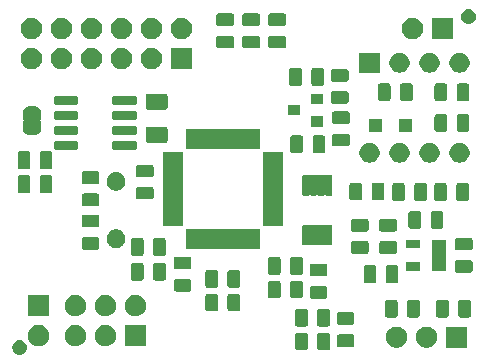
<source format=gbr>
G04 #@! TF.GenerationSoftware,KiCad,Pcbnew,5.1.6*
G04 #@! TF.CreationDate,2020-09-05T15:44:09+02:00*
G04 #@! TF.ProjectId,usynth-jlcpcb,7573796e-7468-42d6-9a6c-637063622e6b,2*
G04 #@! TF.SameCoordinates,Original*
G04 #@! TF.FileFunction,Soldermask,Top*
G04 #@! TF.FilePolarity,Negative*
%FSLAX46Y46*%
G04 Gerber Fmt 4.6, Leading zero omitted, Abs format (unit mm)*
G04 Created by KiCad (PCBNEW 5.1.6) date 2020-09-05 15:44:09*
%MOMM*%
%LPD*%
G01*
G04 APERTURE LIST*
%ADD10C,0.100000*%
G04 APERTURE END LIST*
D10*
G36*
X121122321Y-88385047D02*
G01*
X121182889Y-88397095D01*
X121239943Y-88420728D01*
X121296997Y-88444360D01*
X121399687Y-88512975D01*
X121487025Y-88600313D01*
X121555640Y-88703003D01*
X121559513Y-88712353D01*
X121602905Y-88817111D01*
X121610707Y-88856337D01*
X121627000Y-88938245D01*
X121627000Y-89061755D01*
X121602905Y-89182888D01*
X121555640Y-89296997D01*
X121487025Y-89399687D01*
X121399687Y-89487025D01*
X121296997Y-89555640D01*
X121239943Y-89579272D01*
X121182889Y-89602905D01*
X121122321Y-89614953D01*
X121061755Y-89627000D01*
X120938245Y-89627000D01*
X120877679Y-89614953D01*
X120817111Y-89602905D01*
X120760058Y-89579273D01*
X120703003Y-89555640D01*
X120600313Y-89487025D01*
X120512975Y-89399687D01*
X120444360Y-89296997D01*
X120397095Y-89182888D01*
X120373000Y-89061755D01*
X120373000Y-88938245D01*
X120389293Y-88856337D01*
X120397095Y-88817111D01*
X120440487Y-88712353D01*
X120444360Y-88703003D01*
X120512975Y-88600313D01*
X120600313Y-88512975D01*
X120703003Y-88444360D01*
X120760057Y-88420728D01*
X120817111Y-88397095D01*
X120877678Y-88385048D01*
X120938245Y-88373000D01*
X121061755Y-88373000D01*
X121122321Y-88385047D01*
G37*
G36*
X145234468Y-87753565D02*
G01*
X145273138Y-87765296D01*
X145308777Y-87784346D01*
X145340017Y-87809983D01*
X145365654Y-87841223D01*
X145384704Y-87876862D01*
X145396435Y-87915532D01*
X145401000Y-87961888D01*
X145401000Y-89038112D01*
X145396435Y-89084468D01*
X145384704Y-89123138D01*
X145365654Y-89158777D01*
X145340017Y-89190017D01*
X145308777Y-89215654D01*
X145273138Y-89234704D01*
X145234468Y-89246435D01*
X145188112Y-89251000D01*
X144536888Y-89251000D01*
X144490532Y-89246435D01*
X144451862Y-89234704D01*
X144416223Y-89215654D01*
X144384983Y-89190017D01*
X144359346Y-89158777D01*
X144340296Y-89123138D01*
X144328565Y-89084468D01*
X144324000Y-89038112D01*
X144324000Y-87961888D01*
X144328565Y-87915532D01*
X144340296Y-87876862D01*
X144359346Y-87841223D01*
X144384983Y-87809983D01*
X144416223Y-87784346D01*
X144451862Y-87765296D01*
X144490532Y-87753565D01*
X144536888Y-87749000D01*
X145188112Y-87749000D01*
X145234468Y-87753565D01*
G37*
G36*
X147109468Y-87753565D02*
G01*
X147148138Y-87765296D01*
X147183777Y-87784346D01*
X147215017Y-87809983D01*
X147240654Y-87841223D01*
X147259704Y-87876862D01*
X147271435Y-87915532D01*
X147276000Y-87961888D01*
X147276000Y-89038112D01*
X147271435Y-89084468D01*
X147259704Y-89123138D01*
X147240654Y-89158777D01*
X147215017Y-89190017D01*
X147183777Y-89215654D01*
X147148138Y-89234704D01*
X147109468Y-89246435D01*
X147063112Y-89251000D01*
X146411888Y-89251000D01*
X146365532Y-89246435D01*
X146326862Y-89234704D01*
X146291223Y-89215654D01*
X146259983Y-89190017D01*
X146234346Y-89158777D01*
X146215296Y-89123138D01*
X146203565Y-89084468D01*
X146199000Y-89038112D01*
X146199000Y-87961888D01*
X146203565Y-87915532D01*
X146215296Y-87876862D01*
X146234346Y-87841223D01*
X146259983Y-87809983D01*
X146291223Y-87784346D01*
X146326862Y-87765296D01*
X146365532Y-87753565D01*
X146411888Y-87749000D01*
X147063112Y-87749000D01*
X147109468Y-87753565D01*
G37*
G36*
X153021512Y-87241927D02*
G01*
X153170812Y-87271624D01*
X153334784Y-87339544D01*
X153482354Y-87438147D01*
X153607853Y-87563646D01*
X153706456Y-87711216D01*
X153774376Y-87875188D01*
X153809000Y-88049259D01*
X153809000Y-88226741D01*
X153774376Y-88400812D01*
X153706456Y-88564784D01*
X153607853Y-88712354D01*
X153482354Y-88837853D01*
X153334784Y-88936456D01*
X153170812Y-89004376D01*
X153021512Y-89034073D01*
X152996742Y-89039000D01*
X152819258Y-89039000D01*
X152794488Y-89034073D01*
X152645188Y-89004376D01*
X152481216Y-88936456D01*
X152333646Y-88837853D01*
X152208147Y-88712354D01*
X152109544Y-88564784D01*
X152041624Y-88400812D01*
X152007000Y-88226741D01*
X152007000Y-88049259D01*
X152041624Y-87875188D01*
X152109544Y-87711216D01*
X152208147Y-87563646D01*
X152333646Y-87438147D01*
X152481216Y-87339544D01*
X152645188Y-87271624D01*
X152794488Y-87241927D01*
X152819258Y-87237000D01*
X152996742Y-87237000D01*
X153021512Y-87241927D01*
G37*
G36*
X155561512Y-87241927D02*
G01*
X155710812Y-87271624D01*
X155874784Y-87339544D01*
X156022354Y-87438147D01*
X156147853Y-87563646D01*
X156246456Y-87711216D01*
X156314376Y-87875188D01*
X156349000Y-88049259D01*
X156349000Y-88226741D01*
X156314376Y-88400812D01*
X156246456Y-88564784D01*
X156147853Y-88712354D01*
X156022354Y-88837853D01*
X155874784Y-88936456D01*
X155710812Y-89004376D01*
X155561512Y-89034073D01*
X155536742Y-89039000D01*
X155359258Y-89039000D01*
X155334488Y-89034073D01*
X155185188Y-89004376D01*
X155021216Y-88936456D01*
X154873646Y-88837853D01*
X154748147Y-88712354D01*
X154649544Y-88564784D01*
X154581624Y-88400812D01*
X154547000Y-88226741D01*
X154547000Y-88049259D01*
X154581624Y-87875188D01*
X154649544Y-87711216D01*
X154748147Y-87563646D01*
X154873646Y-87438147D01*
X155021216Y-87339544D01*
X155185188Y-87271624D01*
X155334488Y-87241927D01*
X155359258Y-87237000D01*
X155536742Y-87237000D01*
X155561512Y-87241927D01*
G37*
G36*
X158889000Y-89039000D02*
G01*
X157087000Y-89039000D01*
X157087000Y-87237000D01*
X158889000Y-87237000D01*
X158889000Y-89039000D01*
G37*
G36*
X149184468Y-87903565D02*
G01*
X149223138Y-87915296D01*
X149258777Y-87934346D01*
X149290017Y-87959983D01*
X149315654Y-87991223D01*
X149334704Y-88026862D01*
X149346435Y-88065532D01*
X149351000Y-88111888D01*
X149351000Y-88763112D01*
X149346435Y-88809468D01*
X149334704Y-88848138D01*
X149315654Y-88883777D01*
X149290017Y-88915017D01*
X149258777Y-88940654D01*
X149223138Y-88959704D01*
X149184468Y-88971435D01*
X149138112Y-88976000D01*
X148061888Y-88976000D01*
X148015532Y-88971435D01*
X147976862Y-88959704D01*
X147941223Y-88940654D01*
X147909983Y-88915017D01*
X147884346Y-88883777D01*
X147865296Y-88848138D01*
X147853565Y-88809468D01*
X147849000Y-88763112D01*
X147849000Y-88111888D01*
X147853565Y-88065532D01*
X147865296Y-88026862D01*
X147884346Y-87991223D01*
X147909983Y-87959983D01*
X147941223Y-87934346D01*
X147976862Y-87915296D01*
X148015532Y-87903565D01*
X148061888Y-87899000D01*
X149138112Y-87899000D01*
X149184468Y-87903565D01*
G37*
G36*
X122713512Y-87114927D02*
G01*
X122862812Y-87144624D01*
X123026784Y-87212544D01*
X123174354Y-87311147D01*
X123299853Y-87436646D01*
X123398456Y-87584216D01*
X123466376Y-87748188D01*
X123501000Y-87922259D01*
X123501000Y-88099741D01*
X123466376Y-88273812D01*
X123398456Y-88437784D01*
X123299853Y-88585354D01*
X123174354Y-88710853D01*
X123026784Y-88809456D01*
X122862812Y-88877376D01*
X122713512Y-88907073D01*
X122688742Y-88912000D01*
X122511258Y-88912000D01*
X122486488Y-88907073D01*
X122337188Y-88877376D01*
X122173216Y-88809456D01*
X122025646Y-88710853D01*
X121900147Y-88585354D01*
X121801544Y-88437784D01*
X121733624Y-88273812D01*
X121699000Y-88099741D01*
X121699000Y-87922259D01*
X121733624Y-87748188D01*
X121801544Y-87584216D01*
X121900147Y-87436646D01*
X122025646Y-87311147D01*
X122173216Y-87212544D01*
X122337188Y-87144624D01*
X122486488Y-87114927D01*
X122511258Y-87110000D01*
X122688742Y-87110000D01*
X122713512Y-87114927D01*
G37*
G36*
X131701000Y-88912000D02*
G01*
X129899000Y-88912000D01*
X129899000Y-87110000D01*
X131701000Y-87110000D01*
X131701000Y-88912000D01*
G37*
G36*
X128373512Y-87114927D02*
G01*
X128522812Y-87144624D01*
X128686784Y-87212544D01*
X128834354Y-87311147D01*
X128959853Y-87436646D01*
X129058456Y-87584216D01*
X129126376Y-87748188D01*
X129161000Y-87922259D01*
X129161000Y-88099741D01*
X129126376Y-88273812D01*
X129058456Y-88437784D01*
X128959853Y-88585354D01*
X128834354Y-88710853D01*
X128686784Y-88809456D01*
X128522812Y-88877376D01*
X128373512Y-88907073D01*
X128348742Y-88912000D01*
X128171258Y-88912000D01*
X128146488Y-88907073D01*
X127997188Y-88877376D01*
X127833216Y-88809456D01*
X127685646Y-88710853D01*
X127560147Y-88585354D01*
X127461544Y-88437784D01*
X127393624Y-88273812D01*
X127359000Y-88099741D01*
X127359000Y-87922259D01*
X127393624Y-87748188D01*
X127461544Y-87584216D01*
X127560147Y-87436646D01*
X127685646Y-87311147D01*
X127833216Y-87212544D01*
X127997188Y-87144624D01*
X128146488Y-87114927D01*
X128171258Y-87110000D01*
X128348742Y-87110000D01*
X128373512Y-87114927D01*
G37*
G36*
X125833512Y-87114927D02*
G01*
X125982812Y-87144624D01*
X126146784Y-87212544D01*
X126294354Y-87311147D01*
X126419853Y-87436646D01*
X126518456Y-87584216D01*
X126586376Y-87748188D01*
X126621000Y-87922259D01*
X126621000Y-88099741D01*
X126586376Y-88273812D01*
X126518456Y-88437784D01*
X126419853Y-88585354D01*
X126294354Y-88710853D01*
X126146784Y-88809456D01*
X125982812Y-88877376D01*
X125833512Y-88907073D01*
X125808742Y-88912000D01*
X125631258Y-88912000D01*
X125606488Y-88907073D01*
X125457188Y-88877376D01*
X125293216Y-88809456D01*
X125145646Y-88710853D01*
X125020147Y-88585354D01*
X124921544Y-88437784D01*
X124853624Y-88273812D01*
X124819000Y-88099741D01*
X124819000Y-87922259D01*
X124853624Y-87748188D01*
X124921544Y-87584216D01*
X125020147Y-87436646D01*
X125145646Y-87311147D01*
X125293216Y-87212544D01*
X125457188Y-87144624D01*
X125606488Y-87114927D01*
X125631258Y-87110000D01*
X125808742Y-87110000D01*
X125833512Y-87114927D01*
G37*
G36*
X145234468Y-85753565D02*
G01*
X145273138Y-85765296D01*
X145308777Y-85784346D01*
X145340017Y-85809983D01*
X145365654Y-85841223D01*
X145384704Y-85876862D01*
X145396435Y-85915532D01*
X145401000Y-85961888D01*
X145401000Y-87038112D01*
X145396435Y-87084468D01*
X145384704Y-87123138D01*
X145365654Y-87158777D01*
X145340017Y-87190017D01*
X145308777Y-87215654D01*
X145273138Y-87234704D01*
X145234468Y-87246435D01*
X145188112Y-87251000D01*
X144536888Y-87251000D01*
X144490532Y-87246435D01*
X144451862Y-87234704D01*
X144416223Y-87215654D01*
X144384983Y-87190017D01*
X144359346Y-87158777D01*
X144340296Y-87123138D01*
X144328565Y-87084468D01*
X144324000Y-87038112D01*
X144324000Y-85961888D01*
X144328565Y-85915532D01*
X144340296Y-85876862D01*
X144359346Y-85841223D01*
X144384983Y-85809983D01*
X144416223Y-85784346D01*
X144451862Y-85765296D01*
X144490532Y-85753565D01*
X144536888Y-85749000D01*
X145188112Y-85749000D01*
X145234468Y-85753565D01*
G37*
G36*
X147109468Y-85753565D02*
G01*
X147148138Y-85765296D01*
X147183777Y-85784346D01*
X147215017Y-85809983D01*
X147240654Y-85841223D01*
X147259704Y-85876862D01*
X147271435Y-85915532D01*
X147276000Y-85961888D01*
X147276000Y-87038112D01*
X147271435Y-87084468D01*
X147259704Y-87123138D01*
X147240654Y-87158777D01*
X147215017Y-87190017D01*
X147183777Y-87215654D01*
X147148138Y-87234704D01*
X147109468Y-87246435D01*
X147063112Y-87251000D01*
X146411888Y-87251000D01*
X146365532Y-87246435D01*
X146326862Y-87234704D01*
X146291223Y-87215654D01*
X146259983Y-87190017D01*
X146234346Y-87158777D01*
X146215296Y-87123138D01*
X146203565Y-87084468D01*
X146199000Y-87038112D01*
X146199000Y-85961888D01*
X146203565Y-85915532D01*
X146215296Y-85876862D01*
X146234346Y-85841223D01*
X146259983Y-85809983D01*
X146291223Y-85784346D01*
X146326862Y-85765296D01*
X146365532Y-85753565D01*
X146411888Y-85749000D01*
X147063112Y-85749000D01*
X147109468Y-85753565D01*
G37*
G36*
X149184468Y-86028565D02*
G01*
X149223138Y-86040296D01*
X149258777Y-86059346D01*
X149290017Y-86084983D01*
X149315654Y-86116223D01*
X149334704Y-86151862D01*
X149346435Y-86190532D01*
X149351000Y-86236888D01*
X149351000Y-86888112D01*
X149346435Y-86934468D01*
X149334704Y-86973138D01*
X149315654Y-87008777D01*
X149290017Y-87040017D01*
X149258777Y-87065654D01*
X149223138Y-87084704D01*
X149184468Y-87096435D01*
X149138112Y-87101000D01*
X148061888Y-87101000D01*
X148015532Y-87096435D01*
X147976862Y-87084704D01*
X147941223Y-87065654D01*
X147909983Y-87040017D01*
X147884346Y-87008777D01*
X147865296Y-86973138D01*
X147853565Y-86934468D01*
X147849000Y-86888112D01*
X147849000Y-86236888D01*
X147853565Y-86190532D01*
X147865296Y-86151862D01*
X147884346Y-86116223D01*
X147909983Y-86084983D01*
X147941223Y-86059346D01*
X147976862Y-86040296D01*
X148015532Y-86028565D01*
X148061888Y-86024000D01*
X149138112Y-86024000D01*
X149184468Y-86028565D01*
G37*
G36*
X159043468Y-84978565D02*
G01*
X159082138Y-84990296D01*
X159117777Y-85009346D01*
X159149017Y-85034983D01*
X159174654Y-85066223D01*
X159193704Y-85101862D01*
X159205435Y-85140532D01*
X159210000Y-85186888D01*
X159210000Y-86263112D01*
X159205435Y-86309468D01*
X159193704Y-86348138D01*
X159174654Y-86383777D01*
X159149017Y-86415017D01*
X159117777Y-86440654D01*
X159082138Y-86459704D01*
X159043468Y-86471435D01*
X158997112Y-86476000D01*
X158345888Y-86476000D01*
X158299532Y-86471435D01*
X158260862Y-86459704D01*
X158225223Y-86440654D01*
X158193983Y-86415017D01*
X158168346Y-86383777D01*
X158149296Y-86348138D01*
X158137565Y-86309468D01*
X158133000Y-86263112D01*
X158133000Y-85186888D01*
X158137565Y-85140532D01*
X158149296Y-85101862D01*
X158168346Y-85066223D01*
X158193983Y-85034983D01*
X158225223Y-85009346D01*
X158260862Y-84990296D01*
X158299532Y-84978565D01*
X158345888Y-84974000D01*
X158997112Y-84974000D01*
X159043468Y-84978565D01*
G37*
G36*
X154709468Y-84978565D02*
G01*
X154748138Y-84990296D01*
X154783777Y-85009346D01*
X154815017Y-85034983D01*
X154840654Y-85066223D01*
X154859704Y-85101862D01*
X154871435Y-85140532D01*
X154876000Y-85186888D01*
X154876000Y-86263112D01*
X154871435Y-86309468D01*
X154859704Y-86348138D01*
X154840654Y-86383777D01*
X154815017Y-86415017D01*
X154783777Y-86440654D01*
X154748138Y-86459704D01*
X154709468Y-86471435D01*
X154663112Y-86476000D01*
X154011888Y-86476000D01*
X153965532Y-86471435D01*
X153926862Y-86459704D01*
X153891223Y-86440654D01*
X153859983Y-86415017D01*
X153834346Y-86383777D01*
X153815296Y-86348138D01*
X153803565Y-86309468D01*
X153799000Y-86263112D01*
X153799000Y-85186888D01*
X153803565Y-85140532D01*
X153815296Y-85101862D01*
X153834346Y-85066223D01*
X153859983Y-85034983D01*
X153891223Y-85009346D01*
X153926862Y-84990296D01*
X153965532Y-84978565D01*
X154011888Y-84974000D01*
X154663112Y-84974000D01*
X154709468Y-84978565D01*
G37*
G36*
X152834468Y-84978565D02*
G01*
X152873138Y-84990296D01*
X152908777Y-85009346D01*
X152940017Y-85034983D01*
X152965654Y-85066223D01*
X152984704Y-85101862D01*
X152996435Y-85140532D01*
X153001000Y-85186888D01*
X153001000Y-86263112D01*
X152996435Y-86309468D01*
X152984704Y-86348138D01*
X152965654Y-86383777D01*
X152940017Y-86415017D01*
X152908777Y-86440654D01*
X152873138Y-86459704D01*
X152834468Y-86471435D01*
X152788112Y-86476000D01*
X152136888Y-86476000D01*
X152090532Y-86471435D01*
X152051862Y-86459704D01*
X152016223Y-86440654D01*
X151984983Y-86415017D01*
X151959346Y-86383777D01*
X151940296Y-86348138D01*
X151928565Y-86309468D01*
X151924000Y-86263112D01*
X151924000Y-85186888D01*
X151928565Y-85140532D01*
X151940296Y-85101862D01*
X151959346Y-85066223D01*
X151984983Y-85034983D01*
X152016223Y-85009346D01*
X152051862Y-84990296D01*
X152090532Y-84978565D01*
X152136888Y-84974000D01*
X152788112Y-84974000D01*
X152834468Y-84978565D01*
G37*
G36*
X157168468Y-84978565D02*
G01*
X157207138Y-84990296D01*
X157242777Y-85009346D01*
X157274017Y-85034983D01*
X157299654Y-85066223D01*
X157318704Y-85101862D01*
X157330435Y-85140532D01*
X157335000Y-85186888D01*
X157335000Y-86263112D01*
X157330435Y-86309468D01*
X157318704Y-86348138D01*
X157299654Y-86383777D01*
X157274017Y-86415017D01*
X157242777Y-86440654D01*
X157207138Y-86459704D01*
X157168468Y-86471435D01*
X157122112Y-86476000D01*
X156470888Y-86476000D01*
X156424532Y-86471435D01*
X156385862Y-86459704D01*
X156350223Y-86440654D01*
X156318983Y-86415017D01*
X156293346Y-86383777D01*
X156274296Y-86348138D01*
X156262565Y-86309468D01*
X156258000Y-86263112D01*
X156258000Y-85186888D01*
X156262565Y-85140532D01*
X156274296Y-85101862D01*
X156293346Y-85066223D01*
X156318983Y-85034983D01*
X156350223Y-85009346D01*
X156385862Y-84990296D01*
X156424532Y-84978565D01*
X156470888Y-84974000D01*
X157122112Y-84974000D01*
X157168468Y-84978565D01*
G37*
G36*
X123501000Y-86372000D02*
G01*
X121699000Y-86372000D01*
X121699000Y-84570000D01*
X123501000Y-84570000D01*
X123501000Y-86372000D01*
G37*
G36*
X125833512Y-84574927D02*
G01*
X125982812Y-84604624D01*
X126146784Y-84672544D01*
X126294354Y-84771147D01*
X126419853Y-84896646D01*
X126518456Y-85044216D01*
X126586376Y-85208188D01*
X126621000Y-85382259D01*
X126621000Y-85559741D01*
X126586376Y-85733812D01*
X126518456Y-85897784D01*
X126419853Y-86045354D01*
X126294354Y-86170853D01*
X126146784Y-86269456D01*
X125982812Y-86337376D01*
X125833512Y-86367073D01*
X125808742Y-86372000D01*
X125631258Y-86372000D01*
X125606488Y-86367073D01*
X125457188Y-86337376D01*
X125293216Y-86269456D01*
X125145646Y-86170853D01*
X125020147Y-86045354D01*
X124921544Y-85897784D01*
X124853624Y-85733812D01*
X124819000Y-85559741D01*
X124819000Y-85382259D01*
X124853624Y-85208188D01*
X124921544Y-85044216D01*
X125020147Y-84896646D01*
X125145646Y-84771147D01*
X125293216Y-84672544D01*
X125457188Y-84604624D01*
X125606488Y-84574927D01*
X125631258Y-84570000D01*
X125808742Y-84570000D01*
X125833512Y-84574927D01*
G37*
G36*
X128373512Y-84574927D02*
G01*
X128522812Y-84604624D01*
X128686784Y-84672544D01*
X128834354Y-84771147D01*
X128959853Y-84896646D01*
X129058456Y-85044216D01*
X129126376Y-85208188D01*
X129161000Y-85382259D01*
X129161000Y-85559741D01*
X129126376Y-85733812D01*
X129058456Y-85897784D01*
X128959853Y-86045354D01*
X128834354Y-86170853D01*
X128686784Y-86269456D01*
X128522812Y-86337376D01*
X128373512Y-86367073D01*
X128348742Y-86372000D01*
X128171258Y-86372000D01*
X128146488Y-86367073D01*
X127997188Y-86337376D01*
X127833216Y-86269456D01*
X127685646Y-86170853D01*
X127560147Y-86045354D01*
X127461544Y-85897784D01*
X127393624Y-85733812D01*
X127359000Y-85559741D01*
X127359000Y-85382259D01*
X127393624Y-85208188D01*
X127461544Y-85044216D01*
X127560147Y-84896646D01*
X127685646Y-84771147D01*
X127833216Y-84672544D01*
X127997188Y-84604624D01*
X128146488Y-84574927D01*
X128171258Y-84570000D01*
X128348742Y-84570000D01*
X128373512Y-84574927D01*
G37*
G36*
X130913512Y-84574927D02*
G01*
X131062812Y-84604624D01*
X131226784Y-84672544D01*
X131374354Y-84771147D01*
X131499853Y-84896646D01*
X131598456Y-85044216D01*
X131666376Y-85208188D01*
X131701000Y-85382259D01*
X131701000Y-85559741D01*
X131666376Y-85733812D01*
X131598456Y-85897784D01*
X131499853Y-86045354D01*
X131374354Y-86170853D01*
X131226784Y-86269456D01*
X131062812Y-86337376D01*
X130913512Y-86367073D01*
X130888742Y-86372000D01*
X130711258Y-86372000D01*
X130686488Y-86367073D01*
X130537188Y-86337376D01*
X130373216Y-86269456D01*
X130225646Y-86170853D01*
X130100147Y-86045354D01*
X130001544Y-85897784D01*
X129933624Y-85733812D01*
X129899000Y-85559741D01*
X129899000Y-85382259D01*
X129933624Y-85208188D01*
X130001544Y-85044216D01*
X130100147Y-84896646D01*
X130225646Y-84771147D01*
X130373216Y-84672544D01*
X130537188Y-84604624D01*
X130686488Y-84574927D01*
X130711258Y-84570000D01*
X130888742Y-84570000D01*
X130913512Y-84574927D01*
G37*
G36*
X137634468Y-84453565D02*
G01*
X137673138Y-84465296D01*
X137708777Y-84484346D01*
X137740017Y-84509983D01*
X137765654Y-84541223D01*
X137784704Y-84576862D01*
X137796435Y-84615532D01*
X137801000Y-84661888D01*
X137801000Y-85738112D01*
X137796435Y-85784468D01*
X137784704Y-85823138D01*
X137765654Y-85858777D01*
X137740017Y-85890017D01*
X137708777Y-85915654D01*
X137673138Y-85934704D01*
X137634468Y-85946435D01*
X137588112Y-85951000D01*
X136936888Y-85951000D01*
X136890532Y-85946435D01*
X136851862Y-85934704D01*
X136816223Y-85915654D01*
X136784983Y-85890017D01*
X136759346Y-85858777D01*
X136740296Y-85823138D01*
X136728565Y-85784468D01*
X136724000Y-85738112D01*
X136724000Y-84661888D01*
X136728565Y-84615532D01*
X136740296Y-84576862D01*
X136759346Y-84541223D01*
X136784983Y-84509983D01*
X136816223Y-84484346D01*
X136851862Y-84465296D01*
X136890532Y-84453565D01*
X136936888Y-84449000D01*
X137588112Y-84449000D01*
X137634468Y-84453565D01*
G37*
G36*
X139509468Y-84453565D02*
G01*
X139548138Y-84465296D01*
X139583777Y-84484346D01*
X139615017Y-84509983D01*
X139640654Y-84541223D01*
X139659704Y-84576862D01*
X139671435Y-84615532D01*
X139676000Y-84661888D01*
X139676000Y-85738112D01*
X139671435Y-85784468D01*
X139659704Y-85823138D01*
X139640654Y-85858777D01*
X139615017Y-85890017D01*
X139583777Y-85915654D01*
X139548138Y-85934704D01*
X139509468Y-85946435D01*
X139463112Y-85951000D01*
X138811888Y-85951000D01*
X138765532Y-85946435D01*
X138726862Y-85934704D01*
X138691223Y-85915654D01*
X138659983Y-85890017D01*
X138634346Y-85858777D01*
X138615296Y-85823138D01*
X138603565Y-85784468D01*
X138599000Y-85738112D01*
X138599000Y-84661888D01*
X138603565Y-84615532D01*
X138615296Y-84576862D01*
X138634346Y-84541223D01*
X138659983Y-84509983D01*
X138691223Y-84484346D01*
X138726862Y-84465296D01*
X138765532Y-84453565D01*
X138811888Y-84449000D01*
X139463112Y-84449000D01*
X139509468Y-84453565D01*
G37*
G36*
X146884468Y-83803565D02*
G01*
X146923138Y-83815296D01*
X146958777Y-83834346D01*
X146990017Y-83859983D01*
X147015654Y-83891223D01*
X147034704Y-83926862D01*
X147046435Y-83965532D01*
X147051000Y-84011888D01*
X147051000Y-84663112D01*
X147046435Y-84709468D01*
X147034704Y-84748138D01*
X147015654Y-84783777D01*
X146990017Y-84815017D01*
X146958777Y-84840654D01*
X146923138Y-84859704D01*
X146884468Y-84871435D01*
X146838112Y-84876000D01*
X145761888Y-84876000D01*
X145715532Y-84871435D01*
X145676862Y-84859704D01*
X145641223Y-84840654D01*
X145609983Y-84815017D01*
X145584346Y-84783777D01*
X145565296Y-84748138D01*
X145553565Y-84709468D01*
X145549000Y-84663112D01*
X145549000Y-84011888D01*
X145553565Y-83965532D01*
X145565296Y-83926862D01*
X145584346Y-83891223D01*
X145609983Y-83859983D01*
X145641223Y-83834346D01*
X145676862Y-83815296D01*
X145715532Y-83803565D01*
X145761888Y-83799000D01*
X146838112Y-83799000D01*
X146884468Y-83803565D01*
G37*
G36*
X142934468Y-83353565D02*
G01*
X142973138Y-83365296D01*
X143008777Y-83384346D01*
X143040017Y-83409983D01*
X143065654Y-83441223D01*
X143084704Y-83476862D01*
X143096435Y-83515532D01*
X143101000Y-83561888D01*
X143101000Y-84638112D01*
X143096435Y-84684468D01*
X143084704Y-84723138D01*
X143065654Y-84758777D01*
X143040017Y-84790017D01*
X143008777Y-84815654D01*
X142973138Y-84834704D01*
X142934468Y-84846435D01*
X142888112Y-84851000D01*
X142236888Y-84851000D01*
X142190532Y-84846435D01*
X142151862Y-84834704D01*
X142116223Y-84815654D01*
X142084983Y-84790017D01*
X142059346Y-84758777D01*
X142040296Y-84723138D01*
X142028565Y-84684468D01*
X142024000Y-84638112D01*
X142024000Y-83561888D01*
X142028565Y-83515532D01*
X142040296Y-83476862D01*
X142059346Y-83441223D01*
X142084983Y-83409983D01*
X142116223Y-83384346D01*
X142151862Y-83365296D01*
X142190532Y-83353565D01*
X142236888Y-83349000D01*
X142888112Y-83349000D01*
X142934468Y-83353565D01*
G37*
G36*
X144809468Y-83353565D02*
G01*
X144848138Y-83365296D01*
X144883777Y-83384346D01*
X144915017Y-83409983D01*
X144940654Y-83441223D01*
X144959704Y-83476862D01*
X144971435Y-83515532D01*
X144976000Y-83561888D01*
X144976000Y-84638112D01*
X144971435Y-84684468D01*
X144959704Y-84723138D01*
X144940654Y-84758777D01*
X144915017Y-84790017D01*
X144883777Y-84815654D01*
X144848138Y-84834704D01*
X144809468Y-84846435D01*
X144763112Y-84851000D01*
X144111888Y-84851000D01*
X144065532Y-84846435D01*
X144026862Y-84834704D01*
X143991223Y-84815654D01*
X143959983Y-84790017D01*
X143934346Y-84758777D01*
X143915296Y-84723138D01*
X143903565Y-84684468D01*
X143899000Y-84638112D01*
X143899000Y-83561888D01*
X143903565Y-83515532D01*
X143915296Y-83476862D01*
X143934346Y-83441223D01*
X143959983Y-83409983D01*
X143991223Y-83384346D01*
X144026862Y-83365296D01*
X144065532Y-83353565D01*
X144111888Y-83349000D01*
X144763112Y-83349000D01*
X144809468Y-83353565D01*
G37*
G36*
X135384468Y-83203565D02*
G01*
X135423138Y-83215296D01*
X135458777Y-83234346D01*
X135490017Y-83259983D01*
X135515654Y-83291223D01*
X135534704Y-83326862D01*
X135546435Y-83365532D01*
X135551000Y-83411888D01*
X135551000Y-84063112D01*
X135546435Y-84109468D01*
X135534704Y-84148138D01*
X135515654Y-84183777D01*
X135490017Y-84215017D01*
X135458777Y-84240654D01*
X135423138Y-84259704D01*
X135384468Y-84271435D01*
X135338112Y-84276000D01*
X134261888Y-84276000D01*
X134215532Y-84271435D01*
X134176862Y-84259704D01*
X134141223Y-84240654D01*
X134109983Y-84215017D01*
X134084346Y-84183777D01*
X134065296Y-84148138D01*
X134053565Y-84109468D01*
X134049000Y-84063112D01*
X134049000Y-83411888D01*
X134053565Y-83365532D01*
X134065296Y-83326862D01*
X134084346Y-83291223D01*
X134109983Y-83259983D01*
X134141223Y-83234346D01*
X134176862Y-83215296D01*
X134215532Y-83203565D01*
X134261888Y-83199000D01*
X135338112Y-83199000D01*
X135384468Y-83203565D01*
G37*
G36*
X137634468Y-82453565D02*
G01*
X137673138Y-82465296D01*
X137708777Y-82484346D01*
X137740017Y-82509983D01*
X137765654Y-82541223D01*
X137784704Y-82576862D01*
X137796435Y-82615532D01*
X137801000Y-82661888D01*
X137801000Y-83738112D01*
X137796435Y-83784468D01*
X137784704Y-83823138D01*
X137765654Y-83858777D01*
X137740017Y-83890017D01*
X137708777Y-83915654D01*
X137673138Y-83934704D01*
X137634468Y-83946435D01*
X137588112Y-83951000D01*
X136936888Y-83951000D01*
X136890532Y-83946435D01*
X136851862Y-83934704D01*
X136816223Y-83915654D01*
X136784983Y-83890017D01*
X136759346Y-83858777D01*
X136740296Y-83823138D01*
X136728565Y-83784468D01*
X136724000Y-83738112D01*
X136724000Y-82661888D01*
X136728565Y-82615532D01*
X136740296Y-82576862D01*
X136759346Y-82541223D01*
X136784983Y-82509983D01*
X136816223Y-82484346D01*
X136851862Y-82465296D01*
X136890532Y-82453565D01*
X136936888Y-82449000D01*
X137588112Y-82449000D01*
X137634468Y-82453565D01*
G37*
G36*
X139509468Y-82453565D02*
G01*
X139548138Y-82465296D01*
X139583777Y-82484346D01*
X139615017Y-82509983D01*
X139640654Y-82541223D01*
X139659704Y-82576862D01*
X139671435Y-82615532D01*
X139676000Y-82661888D01*
X139676000Y-83738112D01*
X139671435Y-83784468D01*
X139659704Y-83823138D01*
X139640654Y-83858777D01*
X139615017Y-83890017D01*
X139583777Y-83915654D01*
X139548138Y-83934704D01*
X139509468Y-83946435D01*
X139463112Y-83951000D01*
X138811888Y-83951000D01*
X138765532Y-83946435D01*
X138726862Y-83934704D01*
X138691223Y-83915654D01*
X138659983Y-83890017D01*
X138634346Y-83858777D01*
X138615296Y-83823138D01*
X138603565Y-83784468D01*
X138599000Y-83738112D01*
X138599000Y-82661888D01*
X138603565Y-82615532D01*
X138615296Y-82576862D01*
X138634346Y-82541223D01*
X138659983Y-82509983D01*
X138691223Y-82484346D01*
X138726862Y-82465296D01*
X138765532Y-82453565D01*
X138811888Y-82449000D01*
X139463112Y-82449000D01*
X139509468Y-82453565D01*
G37*
G36*
X151034468Y-82053565D02*
G01*
X151073138Y-82065296D01*
X151108777Y-82084346D01*
X151140017Y-82109983D01*
X151165654Y-82141223D01*
X151184704Y-82176862D01*
X151196435Y-82215532D01*
X151201000Y-82261888D01*
X151201000Y-83338112D01*
X151196435Y-83384468D01*
X151184704Y-83423138D01*
X151165654Y-83458777D01*
X151140017Y-83490017D01*
X151108777Y-83515654D01*
X151073138Y-83534704D01*
X151034468Y-83546435D01*
X150988112Y-83551000D01*
X150336888Y-83551000D01*
X150290532Y-83546435D01*
X150251862Y-83534704D01*
X150216223Y-83515654D01*
X150184983Y-83490017D01*
X150159346Y-83458777D01*
X150140296Y-83423138D01*
X150128565Y-83384468D01*
X150124000Y-83338112D01*
X150124000Y-82261888D01*
X150128565Y-82215532D01*
X150140296Y-82176862D01*
X150159346Y-82141223D01*
X150184983Y-82109983D01*
X150216223Y-82084346D01*
X150251862Y-82065296D01*
X150290532Y-82053565D01*
X150336888Y-82049000D01*
X150988112Y-82049000D01*
X151034468Y-82053565D01*
G37*
G36*
X152909468Y-82053565D02*
G01*
X152948138Y-82065296D01*
X152983777Y-82084346D01*
X153015017Y-82109983D01*
X153040654Y-82141223D01*
X153059704Y-82176862D01*
X153071435Y-82215532D01*
X153076000Y-82261888D01*
X153076000Y-83338112D01*
X153071435Y-83384468D01*
X153059704Y-83423138D01*
X153040654Y-83458777D01*
X153015017Y-83490017D01*
X152983777Y-83515654D01*
X152948138Y-83534704D01*
X152909468Y-83546435D01*
X152863112Y-83551000D01*
X152211888Y-83551000D01*
X152165532Y-83546435D01*
X152126862Y-83534704D01*
X152091223Y-83515654D01*
X152059983Y-83490017D01*
X152034346Y-83458777D01*
X152015296Y-83423138D01*
X152003565Y-83384468D01*
X151999000Y-83338112D01*
X151999000Y-82261888D01*
X152003565Y-82215532D01*
X152015296Y-82176862D01*
X152034346Y-82141223D01*
X152059983Y-82109983D01*
X152091223Y-82084346D01*
X152126862Y-82065296D01*
X152165532Y-82053565D01*
X152211888Y-82049000D01*
X152863112Y-82049000D01*
X152909468Y-82053565D01*
G37*
G36*
X131334468Y-81853565D02*
G01*
X131373138Y-81865296D01*
X131408777Y-81884346D01*
X131440017Y-81909983D01*
X131465654Y-81941223D01*
X131484704Y-81976862D01*
X131496435Y-82015532D01*
X131501000Y-82061888D01*
X131501000Y-83138112D01*
X131496435Y-83184468D01*
X131484704Y-83223138D01*
X131465654Y-83258777D01*
X131440017Y-83290017D01*
X131408777Y-83315654D01*
X131373138Y-83334704D01*
X131334468Y-83346435D01*
X131288112Y-83351000D01*
X130636888Y-83351000D01*
X130590532Y-83346435D01*
X130551862Y-83334704D01*
X130516223Y-83315654D01*
X130484983Y-83290017D01*
X130459346Y-83258777D01*
X130440296Y-83223138D01*
X130428565Y-83184468D01*
X130424000Y-83138112D01*
X130424000Y-82061888D01*
X130428565Y-82015532D01*
X130440296Y-81976862D01*
X130459346Y-81941223D01*
X130484983Y-81909983D01*
X130516223Y-81884346D01*
X130551862Y-81865296D01*
X130590532Y-81853565D01*
X130636888Y-81849000D01*
X131288112Y-81849000D01*
X131334468Y-81853565D01*
G37*
G36*
X133209468Y-81853565D02*
G01*
X133248138Y-81865296D01*
X133283777Y-81884346D01*
X133315017Y-81909983D01*
X133340654Y-81941223D01*
X133359704Y-81976862D01*
X133371435Y-82015532D01*
X133376000Y-82061888D01*
X133376000Y-83138112D01*
X133371435Y-83184468D01*
X133359704Y-83223138D01*
X133340654Y-83258777D01*
X133315017Y-83290017D01*
X133283777Y-83315654D01*
X133248138Y-83334704D01*
X133209468Y-83346435D01*
X133163112Y-83351000D01*
X132511888Y-83351000D01*
X132465532Y-83346435D01*
X132426862Y-83334704D01*
X132391223Y-83315654D01*
X132359983Y-83290017D01*
X132334346Y-83258777D01*
X132315296Y-83223138D01*
X132303565Y-83184468D01*
X132299000Y-83138112D01*
X132299000Y-82061888D01*
X132303565Y-82015532D01*
X132315296Y-81976862D01*
X132334346Y-81941223D01*
X132359983Y-81909983D01*
X132391223Y-81884346D01*
X132426862Y-81865296D01*
X132465532Y-81853565D01*
X132511888Y-81849000D01*
X133163112Y-81849000D01*
X133209468Y-81853565D01*
G37*
G36*
X146884468Y-81928565D02*
G01*
X146923138Y-81940296D01*
X146958777Y-81959346D01*
X146990017Y-81984983D01*
X147015654Y-82016223D01*
X147034704Y-82051862D01*
X147046435Y-82090532D01*
X147051000Y-82136888D01*
X147051000Y-82788112D01*
X147046435Y-82834468D01*
X147034704Y-82873138D01*
X147015654Y-82908777D01*
X146990017Y-82940017D01*
X146958777Y-82965654D01*
X146923138Y-82984704D01*
X146884468Y-82996435D01*
X146838112Y-83001000D01*
X145761888Y-83001000D01*
X145715532Y-82996435D01*
X145676862Y-82984704D01*
X145641223Y-82965654D01*
X145609983Y-82940017D01*
X145584346Y-82908777D01*
X145565296Y-82873138D01*
X145553565Y-82834468D01*
X145549000Y-82788112D01*
X145549000Y-82136888D01*
X145553565Y-82090532D01*
X145565296Y-82051862D01*
X145584346Y-82016223D01*
X145609983Y-81984983D01*
X145641223Y-81959346D01*
X145676862Y-81940296D01*
X145715532Y-81928565D01*
X145761888Y-81924000D01*
X146838112Y-81924000D01*
X146884468Y-81928565D01*
G37*
G36*
X144809468Y-81353565D02*
G01*
X144848138Y-81365296D01*
X144883777Y-81384346D01*
X144915017Y-81409983D01*
X144940654Y-81441223D01*
X144959704Y-81476862D01*
X144971435Y-81515532D01*
X144976000Y-81561888D01*
X144976000Y-82638112D01*
X144971435Y-82684468D01*
X144959704Y-82723138D01*
X144940654Y-82758777D01*
X144915017Y-82790017D01*
X144883777Y-82815654D01*
X144848138Y-82834704D01*
X144809468Y-82846435D01*
X144763112Y-82851000D01*
X144111888Y-82851000D01*
X144065532Y-82846435D01*
X144026862Y-82834704D01*
X143991223Y-82815654D01*
X143959983Y-82790017D01*
X143934346Y-82758777D01*
X143915296Y-82723138D01*
X143903565Y-82684468D01*
X143899000Y-82638112D01*
X143899000Y-81561888D01*
X143903565Y-81515532D01*
X143915296Y-81476862D01*
X143934346Y-81441223D01*
X143959983Y-81409983D01*
X143991223Y-81384346D01*
X144026862Y-81365296D01*
X144065532Y-81353565D01*
X144111888Y-81349000D01*
X144763112Y-81349000D01*
X144809468Y-81353565D01*
G37*
G36*
X142934468Y-81353565D02*
G01*
X142973138Y-81365296D01*
X143008777Y-81384346D01*
X143040017Y-81409983D01*
X143065654Y-81441223D01*
X143084704Y-81476862D01*
X143096435Y-81515532D01*
X143101000Y-81561888D01*
X143101000Y-82638112D01*
X143096435Y-82684468D01*
X143084704Y-82723138D01*
X143065654Y-82758777D01*
X143040017Y-82790017D01*
X143008777Y-82815654D01*
X142973138Y-82834704D01*
X142934468Y-82846435D01*
X142888112Y-82851000D01*
X142236888Y-82851000D01*
X142190532Y-82846435D01*
X142151862Y-82834704D01*
X142116223Y-82815654D01*
X142084983Y-82790017D01*
X142059346Y-82758777D01*
X142040296Y-82723138D01*
X142028565Y-82684468D01*
X142024000Y-82638112D01*
X142024000Y-81561888D01*
X142028565Y-81515532D01*
X142040296Y-81476862D01*
X142059346Y-81441223D01*
X142084983Y-81409983D01*
X142116223Y-81384346D01*
X142151862Y-81365296D01*
X142190532Y-81353565D01*
X142236888Y-81349000D01*
X142888112Y-81349000D01*
X142934468Y-81353565D01*
G37*
G36*
X159184468Y-81603565D02*
G01*
X159223138Y-81615296D01*
X159258777Y-81634346D01*
X159290017Y-81659983D01*
X159315654Y-81691223D01*
X159334704Y-81726862D01*
X159346435Y-81765532D01*
X159351000Y-81811888D01*
X159351000Y-82463112D01*
X159346435Y-82509468D01*
X159334704Y-82548138D01*
X159315654Y-82583777D01*
X159290017Y-82615017D01*
X159258777Y-82640654D01*
X159223138Y-82659704D01*
X159184468Y-82671435D01*
X159138112Y-82676000D01*
X158061888Y-82676000D01*
X158015532Y-82671435D01*
X157976862Y-82659704D01*
X157941223Y-82640654D01*
X157909983Y-82615017D01*
X157884346Y-82583777D01*
X157865296Y-82548138D01*
X157853565Y-82509468D01*
X157849000Y-82463112D01*
X157849000Y-81811888D01*
X157853565Y-81765532D01*
X157865296Y-81726862D01*
X157884346Y-81691223D01*
X157909983Y-81659983D01*
X157941223Y-81634346D01*
X157976862Y-81615296D01*
X158015532Y-81603565D01*
X158061888Y-81599000D01*
X159138112Y-81599000D01*
X159184468Y-81603565D01*
G37*
G36*
X157081000Y-82526000D02*
G01*
X155919000Y-82526000D01*
X155919000Y-79874000D01*
X157081000Y-79874000D01*
X157081000Y-82526000D01*
G37*
G36*
X154881000Y-82526000D02*
G01*
X153719000Y-82526000D01*
X153719000Y-81774000D01*
X154881000Y-81774000D01*
X154881000Y-82526000D01*
G37*
G36*
X135384468Y-81328565D02*
G01*
X135423138Y-81340296D01*
X135458777Y-81359346D01*
X135490017Y-81384983D01*
X135515654Y-81416223D01*
X135534704Y-81451862D01*
X135546435Y-81490532D01*
X135551000Y-81536888D01*
X135551000Y-82188112D01*
X135546435Y-82234468D01*
X135534704Y-82273138D01*
X135515654Y-82308777D01*
X135490017Y-82340017D01*
X135458777Y-82365654D01*
X135423138Y-82384704D01*
X135384468Y-82396435D01*
X135338112Y-82401000D01*
X134261888Y-82401000D01*
X134215532Y-82396435D01*
X134176862Y-82384704D01*
X134141223Y-82365654D01*
X134109983Y-82340017D01*
X134084346Y-82308777D01*
X134065296Y-82273138D01*
X134053565Y-82234468D01*
X134049000Y-82188112D01*
X134049000Y-81536888D01*
X134053565Y-81490532D01*
X134065296Y-81451862D01*
X134084346Y-81416223D01*
X134109983Y-81384983D01*
X134141223Y-81359346D01*
X134176862Y-81340296D01*
X134215532Y-81328565D01*
X134261888Y-81324000D01*
X135338112Y-81324000D01*
X135384468Y-81328565D01*
G37*
G36*
X131334468Y-79753565D02*
G01*
X131373138Y-79765296D01*
X131408777Y-79784346D01*
X131440017Y-79809983D01*
X131465654Y-79841223D01*
X131484704Y-79876862D01*
X131496435Y-79915532D01*
X131501000Y-79961888D01*
X131501000Y-81038112D01*
X131496435Y-81084468D01*
X131484704Y-81123138D01*
X131465654Y-81158777D01*
X131440017Y-81190017D01*
X131408777Y-81215654D01*
X131373138Y-81234704D01*
X131334468Y-81246435D01*
X131288112Y-81251000D01*
X130636888Y-81251000D01*
X130590532Y-81246435D01*
X130551862Y-81234704D01*
X130516223Y-81215654D01*
X130484983Y-81190017D01*
X130459346Y-81158777D01*
X130440296Y-81123138D01*
X130428565Y-81084468D01*
X130424000Y-81038112D01*
X130424000Y-79961888D01*
X130428565Y-79915532D01*
X130440296Y-79876862D01*
X130459346Y-79841223D01*
X130484983Y-79809983D01*
X130516223Y-79784346D01*
X130551862Y-79765296D01*
X130590532Y-79753565D01*
X130636888Y-79749000D01*
X131288112Y-79749000D01*
X131334468Y-79753565D01*
G37*
G36*
X133209468Y-79753565D02*
G01*
X133248138Y-79765296D01*
X133283777Y-79784346D01*
X133315017Y-79809983D01*
X133340654Y-79841223D01*
X133359704Y-79876862D01*
X133371435Y-79915532D01*
X133376000Y-79961888D01*
X133376000Y-81038112D01*
X133371435Y-81084468D01*
X133359704Y-81123138D01*
X133340654Y-81158777D01*
X133315017Y-81190017D01*
X133283777Y-81215654D01*
X133248138Y-81234704D01*
X133209468Y-81246435D01*
X133163112Y-81251000D01*
X132511888Y-81251000D01*
X132465532Y-81246435D01*
X132426862Y-81234704D01*
X132391223Y-81215654D01*
X132359983Y-81190017D01*
X132334346Y-81158777D01*
X132315296Y-81123138D01*
X132303565Y-81084468D01*
X132299000Y-81038112D01*
X132299000Y-79961888D01*
X132303565Y-79915532D01*
X132315296Y-79876862D01*
X132334346Y-79841223D01*
X132359983Y-79809983D01*
X132391223Y-79784346D01*
X132426862Y-79765296D01*
X132465532Y-79753565D01*
X132511888Y-79749000D01*
X133163112Y-79749000D01*
X133209468Y-79753565D01*
G37*
G36*
X150384468Y-80003565D02*
G01*
X150423138Y-80015296D01*
X150458777Y-80034346D01*
X150490017Y-80059983D01*
X150515654Y-80091223D01*
X150534704Y-80126862D01*
X150546435Y-80165532D01*
X150551000Y-80211888D01*
X150551000Y-80863112D01*
X150546435Y-80909468D01*
X150534704Y-80948138D01*
X150515654Y-80983777D01*
X150490017Y-81015017D01*
X150458777Y-81040654D01*
X150423138Y-81059704D01*
X150384468Y-81071435D01*
X150338112Y-81076000D01*
X149261888Y-81076000D01*
X149215532Y-81071435D01*
X149176862Y-81059704D01*
X149141223Y-81040654D01*
X149109983Y-81015017D01*
X149084346Y-80983777D01*
X149065296Y-80948138D01*
X149053565Y-80909468D01*
X149049000Y-80863112D01*
X149049000Y-80211888D01*
X149053565Y-80165532D01*
X149065296Y-80126862D01*
X149084346Y-80091223D01*
X149109983Y-80059983D01*
X149141223Y-80034346D01*
X149176862Y-80015296D01*
X149215532Y-80003565D01*
X149261888Y-79999000D01*
X150338112Y-79999000D01*
X150384468Y-80003565D01*
G37*
G36*
X152784468Y-80003565D02*
G01*
X152823138Y-80015296D01*
X152858777Y-80034346D01*
X152890017Y-80059983D01*
X152915654Y-80091223D01*
X152934704Y-80126862D01*
X152946435Y-80165532D01*
X152951000Y-80211888D01*
X152951000Y-80863112D01*
X152946435Y-80909468D01*
X152934704Y-80948138D01*
X152915654Y-80983777D01*
X152890017Y-81015017D01*
X152858777Y-81040654D01*
X152823138Y-81059704D01*
X152784468Y-81071435D01*
X152738112Y-81076000D01*
X151661888Y-81076000D01*
X151615532Y-81071435D01*
X151576862Y-81059704D01*
X151541223Y-81040654D01*
X151509983Y-81015017D01*
X151484346Y-80983777D01*
X151465296Y-80948138D01*
X151453565Y-80909468D01*
X151449000Y-80863112D01*
X151449000Y-80211888D01*
X151453565Y-80165532D01*
X151465296Y-80126862D01*
X151484346Y-80091223D01*
X151509983Y-80059983D01*
X151541223Y-80034346D01*
X151576862Y-80015296D01*
X151615532Y-80003565D01*
X151661888Y-79999000D01*
X152738112Y-79999000D01*
X152784468Y-80003565D01*
G37*
G36*
X159184468Y-79728565D02*
G01*
X159223138Y-79740296D01*
X159258777Y-79759346D01*
X159290017Y-79784983D01*
X159315654Y-79816223D01*
X159334704Y-79851862D01*
X159346435Y-79890532D01*
X159351000Y-79936888D01*
X159351000Y-80588112D01*
X159346435Y-80634468D01*
X159334704Y-80673138D01*
X159315654Y-80708777D01*
X159290017Y-80740017D01*
X159258777Y-80765654D01*
X159223138Y-80784704D01*
X159184468Y-80796435D01*
X159138112Y-80801000D01*
X158061888Y-80801000D01*
X158015532Y-80796435D01*
X157976862Y-80784704D01*
X157941223Y-80765654D01*
X157909983Y-80740017D01*
X157884346Y-80708777D01*
X157865296Y-80673138D01*
X157853565Y-80634468D01*
X157849000Y-80588112D01*
X157849000Y-79936888D01*
X157853565Y-79890532D01*
X157865296Y-79851862D01*
X157884346Y-79816223D01*
X157909983Y-79784983D01*
X157941223Y-79759346D01*
X157976862Y-79740296D01*
X158015532Y-79728565D01*
X158061888Y-79724000D01*
X159138112Y-79724000D01*
X159184468Y-79728565D01*
G37*
G36*
X127584468Y-79651565D02*
G01*
X127623138Y-79663296D01*
X127658777Y-79682346D01*
X127690017Y-79707983D01*
X127715654Y-79739223D01*
X127734704Y-79774862D01*
X127746435Y-79813532D01*
X127751000Y-79859888D01*
X127751000Y-80511112D01*
X127746435Y-80557468D01*
X127734704Y-80596138D01*
X127715654Y-80631777D01*
X127690017Y-80663017D01*
X127658777Y-80688654D01*
X127623138Y-80707704D01*
X127584468Y-80719435D01*
X127538112Y-80724000D01*
X126461888Y-80724000D01*
X126415532Y-80719435D01*
X126376862Y-80707704D01*
X126341223Y-80688654D01*
X126309983Y-80663017D01*
X126284346Y-80631777D01*
X126265296Y-80596138D01*
X126253565Y-80557468D01*
X126249000Y-80511112D01*
X126249000Y-79859888D01*
X126253565Y-79813532D01*
X126265296Y-79774862D01*
X126284346Y-79739223D01*
X126309983Y-79707983D01*
X126341223Y-79682346D01*
X126376862Y-79663296D01*
X126415532Y-79651565D01*
X126461888Y-79647000D01*
X127538112Y-79647000D01*
X127584468Y-79651565D01*
G37*
G36*
X141326000Y-80701000D02*
G01*
X135074000Y-80701000D01*
X135074000Y-78999000D01*
X141326000Y-78999000D01*
X141326000Y-80701000D01*
G37*
G36*
X154881000Y-80626000D02*
G01*
X153719000Y-80626000D01*
X153719000Y-79874000D01*
X154881000Y-79874000D01*
X154881000Y-80626000D01*
G37*
G36*
X129392642Y-79039781D02*
G01*
X129538414Y-79100162D01*
X129538416Y-79100163D01*
X129669608Y-79187822D01*
X129781178Y-79299392D01*
X129868837Y-79430584D01*
X129868838Y-79430586D01*
X129929219Y-79576358D01*
X129960000Y-79731107D01*
X129960000Y-79888893D01*
X129929219Y-80043642D01*
X129909510Y-80091223D01*
X129868837Y-80189416D01*
X129781178Y-80320608D01*
X129669608Y-80432178D01*
X129538416Y-80519837D01*
X129538415Y-80519838D01*
X129538414Y-80519838D01*
X129392642Y-80580219D01*
X129237893Y-80611000D01*
X129080107Y-80611000D01*
X128925358Y-80580219D01*
X128779586Y-80519838D01*
X128779585Y-80519838D01*
X128779584Y-80519837D01*
X128648392Y-80432178D01*
X128536822Y-80320608D01*
X128449163Y-80189416D01*
X128408490Y-80091223D01*
X128388781Y-80043642D01*
X128358000Y-79888893D01*
X128358000Y-79731107D01*
X128388781Y-79576358D01*
X128449162Y-79430586D01*
X128449163Y-79430584D01*
X128536822Y-79299392D01*
X128648392Y-79187822D01*
X128779584Y-79100163D01*
X128779586Y-79100162D01*
X128925358Y-79039781D01*
X129080107Y-79009000D01*
X129237893Y-79009000D01*
X129392642Y-79039781D01*
G37*
G36*
X145455051Y-78651284D02*
G01*
X145471446Y-78656258D01*
X145491078Y-78666751D01*
X145513717Y-78676128D01*
X145537750Y-78680908D01*
X145562254Y-78680908D01*
X145586287Y-78676127D01*
X145608922Y-78666751D01*
X145628554Y-78656258D01*
X145644949Y-78651284D01*
X145668141Y-78649000D01*
X146081859Y-78649000D01*
X146105051Y-78651284D01*
X146121446Y-78656258D01*
X146141078Y-78666751D01*
X146163717Y-78676128D01*
X146187750Y-78680908D01*
X146212254Y-78680908D01*
X146236287Y-78676127D01*
X146258922Y-78666751D01*
X146278554Y-78656258D01*
X146294949Y-78651284D01*
X146318141Y-78649000D01*
X146731859Y-78649000D01*
X146755051Y-78651284D01*
X146771446Y-78656258D01*
X146791078Y-78666751D01*
X146813717Y-78676128D01*
X146837750Y-78680908D01*
X146862254Y-78680908D01*
X146886287Y-78676127D01*
X146908922Y-78666751D01*
X146928554Y-78656258D01*
X146944949Y-78651284D01*
X146968141Y-78649000D01*
X147381859Y-78649000D01*
X147405051Y-78651284D01*
X147421443Y-78656257D01*
X147436555Y-78664334D01*
X147449798Y-78675202D01*
X147460666Y-78688445D01*
X147468743Y-78703557D01*
X147473716Y-78719949D01*
X147476000Y-78743141D01*
X147476000Y-80281859D01*
X147473716Y-80305051D01*
X147468743Y-80321443D01*
X147460666Y-80336555D01*
X147449798Y-80349798D01*
X147436555Y-80360666D01*
X147421443Y-80368743D01*
X147405051Y-80373716D01*
X147381859Y-80376000D01*
X146968141Y-80376000D01*
X146944949Y-80373716D01*
X146928554Y-80368742D01*
X146908922Y-80358249D01*
X146886283Y-80348872D01*
X146862250Y-80344092D01*
X146837746Y-80344092D01*
X146813713Y-80348873D01*
X146791078Y-80358249D01*
X146771446Y-80368742D01*
X146755051Y-80373716D01*
X146731859Y-80376000D01*
X146318141Y-80376000D01*
X146294949Y-80373716D01*
X146278554Y-80368742D01*
X146258922Y-80358249D01*
X146236283Y-80348872D01*
X146212250Y-80344092D01*
X146187746Y-80344092D01*
X146163713Y-80348873D01*
X146141078Y-80358249D01*
X146121446Y-80368742D01*
X146105051Y-80373716D01*
X146081859Y-80376000D01*
X145668141Y-80376000D01*
X145644949Y-80373716D01*
X145628554Y-80368742D01*
X145608922Y-80358249D01*
X145586283Y-80348872D01*
X145562250Y-80344092D01*
X145537746Y-80344092D01*
X145513713Y-80348873D01*
X145491078Y-80358249D01*
X145471446Y-80368742D01*
X145455051Y-80373716D01*
X145431859Y-80376000D01*
X145018141Y-80376000D01*
X144994949Y-80373716D01*
X144978557Y-80368743D01*
X144963445Y-80360666D01*
X144950202Y-80349798D01*
X144939334Y-80336555D01*
X144931257Y-80321443D01*
X144926284Y-80305051D01*
X144924000Y-80281859D01*
X144924000Y-78743141D01*
X144926284Y-78719949D01*
X144931257Y-78703557D01*
X144939334Y-78688445D01*
X144950202Y-78675202D01*
X144963445Y-78664334D01*
X144978557Y-78656257D01*
X144994949Y-78651284D01*
X145018141Y-78649000D01*
X145431859Y-78649000D01*
X145455051Y-78651284D01*
G37*
G36*
X150384468Y-78128565D02*
G01*
X150423138Y-78140296D01*
X150458777Y-78159346D01*
X150490017Y-78184983D01*
X150515654Y-78216223D01*
X150534704Y-78251862D01*
X150546435Y-78290532D01*
X150551000Y-78336888D01*
X150551000Y-78988112D01*
X150546435Y-79034468D01*
X150534704Y-79073138D01*
X150515654Y-79108777D01*
X150490017Y-79140017D01*
X150458777Y-79165654D01*
X150423138Y-79184704D01*
X150384468Y-79196435D01*
X150338112Y-79201000D01*
X149261888Y-79201000D01*
X149215532Y-79196435D01*
X149176862Y-79184704D01*
X149141223Y-79165654D01*
X149109983Y-79140017D01*
X149084346Y-79108777D01*
X149065296Y-79073138D01*
X149053565Y-79034468D01*
X149049000Y-78988112D01*
X149049000Y-78336888D01*
X149053565Y-78290532D01*
X149065296Y-78251862D01*
X149084346Y-78216223D01*
X149109983Y-78184983D01*
X149141223Y-78159346D01*
X149176862Y-78140296D01*
X149215532Y-78128565D01*
X149261888Y-78124000D01*
X150338112Y-78124000D01*
X150384468Y-78128565D01*
G37*
G36*
X152784468Y-78128565D02*
G01*
X152823138Y-78140296D01*
X152858777Y-78159346D01*
X152890017Y-78184983D01*
X152915654Y-78216223D01*
X152934704Y-78251862D01*
X152946435Y-78290532D01*
X152951000Y-78336888D01*
X152951000Y-78988112D01*
X152946435Y-79034468D01*
X152934704Y-79073138D01*
X152915654Y-79108777D01*
X152890017Y-79140017D01*
X152858777Y-79165654D01*
X152823138Y-79184704D01*
X152784468Y-79196435D01*
X152738112Y-79201000D01*
X151661888Y-79201000D01*
X151615532Y-79196435D01*
X151576862Y-79184704D01*
X151541223Y-79165654D01*
X151509983Y-79140017D01*
X151484346Y-79108777D01*
X151465296Y-79073138D01*
X151453565Y-79034468D01*
X151449000Y-78988112D01*
X151449000Y-78336888D01*
X151453565Y-78290532D01*
X151465296Y-78251862D01*
X151484346Y-78216223D01*
X151509983Y-78184983D01*
X151541223Y-78159346D01*
X151576862Y-78140296D01*
X151615532Y-78128565D01*
X151661888Y-78124000D01*
X152738112Y-78124000D01*
X152784468Y-78128565D01*
G37*
G36*
X156709468Y-77453565D02*
G01*
X156748138Y-77465296D01*
X156783777Y-77484346D01*
X156815017Y-77509983D01*
X156840654Y-77541223D01*
X156859704Y-77576862D01*
X156871435Y-77615532D01*
X156876000Y-77661888D01*
X156876000Y-78738112D01*
X156871435Y-78784468D01*
X156859704Y-78823138D01*
X156840654Y-78858777D01*
X156815017Y-78890017D01*
X156783777Y-78915654D01*
X156748138Y-78934704D01*
X156709468Y-78946435D01*
X156663112Y-78951000D01*
X156011888Y-78951000D01*
X155965532Y-78946435D01*
X155926862Y-78934704D01*
X155891223Y-78915654D01*
X155859983Y-78890017D01*
X155834346Y-78858777D01*
X155815296Y-78823138D01*
X155803565Y-78784468D01*
X155799000Y-78738112D01*
X155799000Y-77661888D01*
X155803565Y-77615532D01*
X155815296Y-77576862D01*
X155834346Y-77541223D01*
X155859983Y-77509983D01*
X155891223Y-77484346D01*
X155926862Y-77465296D01*
X155965532Y-77453565D01*
X156011888Y-77449000D01*
X156663112Y-77449000D01*
X156709468Y-77453565D01*
G37*
G36*
X154834468Y-77453565D02*
G01*
X154873138Y-77465296D01*
X154908777Y-77484346D01*
X154940017Y-77509983D01*
X154965654Y-77541223D01*
X154984704Y-77576862D01*
X154996435Y-77615532D01*
X155001000Y-77661888D01*
X155001000Y-78738112D01*
X154996435Y-78784468D01*
X154984704Y-78823138D01*
X154965654Y-78858777D01*
X154940017Y-78890017D01*
X154908777Y-78915654D01*
X154873138Y-78934704D01*
X154834468Y-78946435D01*
X154788112Y-78951000D01*
X154136888Y-78951000D01*
X154090532Y-78946435D01*
X154051862Y-78934704D01*
X154016223Y-78915654D01*
X153984983Y-78890017D01*
X153959346Y-78858777D01*
X153940296Y-78823138D01*
X153928565Y-78784468D01*
X153924000Y-78738112D01*
X153924000Y-77661888D01*
X153928565Y-77615532D01*
X153940296Y-77576862D01*
X153959346Y-77541223D01*
X153984983Y-77509983D01*
X154016223Y-77484346D01*
X154051862Y-77465296D01*
X154090532Y-77453565D01*
X154136888Y-77449000D01*
X154788112Y-77449000D01*
X154834468Y-77453565D01*
G37*
G36*
X127584468Y-77776565D02*
G01*
X127623138Y-77788296D01*
X127658777Y-77807346D01*
X127690017Y-77832983D01*
X127715654Y-77864223D01*
X127734704Y-77899862D01*
X127746435Y-77938532D01*
X127751000Y-77984888D01*
X127751000Y-78636112D01*
X127746435Y-78682468D01*
X127734704Y-78721138D01*
X127715654Y-78756777D01*
X127690017Y-78788017D01*
X127658777Y-78813654D01*
X127623138Y-78832704D01*
X127584468Y-78844435D01*
X127538112Y-78849000D01*
X126461888Y-78849000D01*
X126415532Y-78844435D01*
X126376862Y-78832704D01*
X126341223Y-78813654D01*
X126309983Y-78788017D01*
X126284346Y-78756777D01*
X126265296Y-78721138D01*
X126253565Y-78682468D01*
X126249000Y-78636112D01*
X126249000Y-77984888D01*
X126253565Y-77938532D01*
X126265296Y-77899862D01*
X126284346Y-77864223D01*
X126309983Y-77832983D01*
X126341223Y-77807346D01*
X126376862Y-77788296D01*
X126415532Y-77776565D01*
X126461888Y-77772000D01*
X127538112Y-77772000D01*
X127584468Y-77776565D01*
G37*
G36*
X134801000Y-78726000D02*
G01*
X133099000Y-78726000D01*
X133099000Y-72474000D01*
X134801000Y-72474000D01*
X134801000Y-78726000D01*
G37*
G36*
X143301000Y-78726000D02*
G01*
X141599000Y-78726000D01*
X141599000Y-72474000D01*
X143301000Y-72474000D01*
X143301000Y-78726000D01*
G37*
G36*
X127584468Y-75968565D02*
G01*
X127623138Y-75980296D01*
X127658777Y-75999346D01*
X127690017Y-76024983D01*
X127715654Y-76056223D01*
X127734704Y-76091862D01*
X127746435Y-76130532D01*
X127751000Y-76176888D01*
X127751000Y-76828112D01*
X127746435Y-76874468D01*
X127734704Y-76913138D01*
X127715654Y-76948777D01*
X127690017Y-76980017D01*
X127658777Y-77005654D01*
X127623138Y-77024704D01*
X127584468Y-77036435D01*
X127538112Y-77041000D01*
X126461888Y-77041000D01*
X126415532Y-77036435D01*
X126376862Y-77024704D01*
X126341223Y-77005654D01*
X126309983Y-76980017D01*
X126284346Y-76948777D01*
X126265296Y-76913138D01*
X126253565Y-76874468D01*
X126249000Y-76828112D01*
X126249000Y-76176888D01*
X126253565Y-76130532D01*
X126265296Y-76091862D01*
X126284346Y-76056223D01*
X126309983Y-76024983D01*
X126341223Y-75999346D01*
X126376862Y-75980296D01*
X126415532Y-75968565D01*
X126461888Y-75964000D01*
X127538112Y-75964000D01*
X127584468Y-75968565D01*
G37*
G36*
X153450468Y-75091565D02*
G01*
X153489138Y-75103296D01*
X153524777Y-75122346D01*
X153556017Y-75147983D01*
X153581654Y-75179223D01*
X153600704Y-75214862D01*
X153612435Y-75253532D01*
X153617000Y-75299888D01*
X153617000Y-76376112D01*
X153612435Y-76422468D01*
X153600704Y-76461138D01*
X153581654Y-76496777D01*
X153556017Y-76528017D01*
X153524777Y-76553654D01*
X153489138Y-76572704D01*
X153450468Y-76584435D01*
X153404112Y-76589000D01*
X152752888Y-76589000D01*
X152706532Y-76584435D01*
X152667862Y-76572704D01*
X152632223Y-76553654D01*
X152600983Y-76528017D01*
X152575346Y-76496777D01*
X152556296Y-76461138D01*
X152544565Y-76422468D01*
X152540000Y-76376112D01*
X152540000Y-75299888D01*
X152544565Y-75253532D01*
X152556296Y-75214862D01*
X152575346Y-75179223D01*
X152600983Y-75147983D01*
X152632223Y-75122346D01*
X152667862Y-75103296D01*
X152706532Y-75091565D01*
X152752888Y-75087000D01*
X153404112Y-75087000D01*
X153450468Y-75091565D01*
G37*
G36*
X158881468Y-75091565D02*
G01*
X158920138Y-75103296D01*
X158955777Y-75122346D01*
X158987017Y-75147983D01*
X159012654Y-75179223D01*
X159031704Y-75214862D01*
X159043435Y-75253532D01*
X159048000Y-75299888D01*
X159048000Y-76376112D01*
X159043435Y-76422468D01*
X159031704Y-76461138D01*
X159012654Y-76496777D01*
X158987017Y-76528017D01*
X158955777Y-76553654D01*
X158920138Y-76572704D01*
X158881468Y-76584435D01*
X158835112Y-76589000D01*
X158183888Y-76589000D01*
X158137532Y-76584435D01*
X158098862Y-76572704D01*
X158063223Y-76553654D01*
X158031983Y-76528017D01*
X158006346Y-76496777D01*
X157987296Y-76461138D01*
X157975565Y-76422468D01*
X157971000Y-76376112D01*
X157971000Y-75299888D01*
X157975565Y-75253532D01*
X157987296Y-75214862D01*
X158006346Y-75179223D01*
X158031983Y-75147983D01*
X158063223Y-75122346D01*
X158098862Y-75103296D01*
X158137532Y-75091565D01*
X158183888Y-75087000D01*
X158835112Y-75087000D01*
X158881468Y-75091565D01*
G37*
G36*
X157006468Y-75091565D02*
G01*
X157045138Y-75103296D01*
X157080777Y-75122346D01*
X157112017Y-75147983D01*
X157137654Y-75179223D01*
X157156704Y-75214862D01*
X157168435Y-75253532D01*
X157173000Y-75299888D01*
X157173000Y-76376112D01*
X157168435Y-76422468D01*
X157156704Y-76461138D01*
X157137654Y-76496777D01*
X157112017Y-76528017D01*
X157080777Y-76553654D01*
X157045138Y-76572704D01*
X157006468Y-76584435D01*
X156960112Y-76589000D01*
X156308888Y-76589000D01*
X156262532Y-76584435D01*
X156223862Y-76572704D01*
X156188223Y-76553654D01*
X156156983Y-76528017D01*
X156131346Y-76496777D01*
X156112296Y-76461138D01*
X156100565Y-76422468D01*
X156096000Y-76376112D01*
X156096000Y-75299888D01*
X156100565Y-75253532D01*
X156112296Y-75214862D01*
X156131346Y-75179223D01*
X156156983Y-75147983D01*
X156188223Y-75122346D01*
X156223862Y-75103296D01*
X156262532Y-75091565D01*
X156308888Y-75087000D01*
X156960112Y-75087000D01*
X157006468Y-75091565D01*
G37*
G36*
X155325468Y-75091565D02*
G01*
X155364138Y-75103296D01*
X155399777Y-75122346D01*
X155431017Y-75147983D01*
X155456654Y-75179223D01*
X155475704Y-75214862D01*
X155487435Y-75253532D01*
X155492000Y-75299888D01*
X155492000Y-76376112D01*
X155487435Y-76422468D01*
X155475704Y-76461138D01*
X155456654Y-76496777D01*
X155431017Y-76528017D01*
X155399777Y-76553654D01*
X155364138Y-76572704D01*
X155325468Y-76584435D01*
X155279112Y-76589000D01*
X154627888Y-76589000D01*
X154581532Y-76584435D01*
X154542862Y-76572704D01*
X154507223Y-76553654D01*
X154475983Y-76528017D01*
X154450346Y-76496777D01*
X154431296Y-76461138D01*
X154419565Y-76422468D01*
X154415000Y-76376112D01*
X154415000Y-75299888D01*
X154419565Y-75253532D01*
X154431296Y-75214862D01*
X154450346Y-75179223D01*
X154475983Y-75147983D01*
X154507223Y-75122346D01*
X154542862Y-75103296D01*
X154581532Y-75091565D01*
X154627888Y-75087000D01*
X155279112Y-75087000D01*
X155325468Y-75091565D01*
G37*
G36*
X149834468Y-75053565D02*
G01*
X149873138Y-75065296D01*
X149908777Y-75084346D01*
X149940017Y-75109983D01*
X149965654Y-75141223D01*
X149984704Y-75176862D01*
X149996435Y-75215532D01*
X150001000Y-75261888D01*
X150001000Y-76338112D01*
X149996435Y-76384468D01*
X149984704Y-76423138D01*
X149965654Y-76458777D01*
X149940017Y-76490017D01*
X149908777Y-76515654D01*
X149873138Y-76534704D01*
X149834468Y-76546435D01*
X149788112Y-76551000D01*
X149136888Y-76551000D01*
X149090532Y-76546435D01*
X149051862Y-76534704D01*
X149016223Y-76515654D01*
X148984983Y-76490017D01*
X148959346Y-76458777D01*
X148940296Y-76423138D01*
X148928565Y-76384468D01*
X148924000Y-76338112D01*
X148924000Y-75261888D01*
X148928565Y-75215532D01*
X148940296Y-75176862D01*
X148959346Y-75141223D01*
X148984983Y-75109983D01*
X149016223Y-75084346D01*
X149051862Y-75065296D01*
X149090532Y-75053565D01*
X149136888Y-75049000D01*
X149788112Y-75049000D01*
X149834468Y-75053565D01*
G37*
G36*
X151709468Y-75053565D02*
G01*
X151748138Y-75065296D01*
X151783777Y-75084346D01*
X151815017Y-75109983D01*
X151840654Y-75141223D01*
X151859704Y-75176862D01*
X151871435Y-75215532D01*
X151876000Y-75261888D01*
X151876000Y-76338112D01*
X151871435Y-76384468D01*
X151859704Y-76423138D01*
X151840654Y-76458777D01*
X151815017Y-76490017D01*
X151783777Y-76515654D01*
X151748138Y-76534704D01*
X151709468Y-76546435D01*
X151663112Y-76551000D01*
X151011888Y-76551000D01*
X150965532Y-76546435D01*
X150926862Y-76534704D01*
X150891223Y-76515654D01*
X150859983Y-76490017D01*
X150834346Y-76458777D01*
X150815296Y-76423138D01*
X150803565Y-76384468D01*
X150799000Y-76338112D01*
X150799000Y-75261888D01*
X150803565Y-75215532D01*
X150815296Y-75176862D01*
X150834346Y-75141223D01*
X150859983Y-75109983D01*
X150891223Y-75084346D01*
X150926862Y-75065296D01*
X150965532Y-75053565D01*
X151011888Y-75049000D01*
X151663112Y-75049000D01*
X151709468Y-75053565D01*
G37*
G36*
X132184468Y-75403565D02*
G01*
X132223138Y-75415296D01*
X132258777Y-75434346D01*
X132290017Y-75459983D01*
X132315654Y-75491223D01*
X132334704Y-75526862D01*
X132346435Y-75565532D01*
X132351000Y-75611888D01*
X132351000Y-76263112D01*
X132346435Y-76309468D01*
X132334704Y-76348138D01*
X132315654Y-76383777D01*
X132290017Y-76415017D01*
X132258777Y-76440654D01*
X132223138Y-76459704D01*
X132184468Y-76471435D01*
X132138112Y-76476000D01*
X131061888Y-76476000D01*
X131015532Y-76471435D01*
X130976862Y-76459704D01*
X130941223Y-76440654D01*
X130909983Y-76415017D01*
X130884346Y-76383777D01*
X130865296Y-76348138D01*
X130853565Y-76309468D01*
X130849000Y-76263112D01*
X130849000Y-75611888D01*
X130853565Y-75565532D01*
X130865296Y-75526862D01*
X130884346Y-75491223D01*
X130909983Y-75459983D01*
X130941223Y-75434346D01*
X130976862Y-75415296D01*
X131015532Y-75403565D01*
X131061888Y-75399000D01*
X132138112Y-75399000D01*
X132184468Y-75403565D01*
G37*
G36*
X145455051Y-74426284D02*
G01*
X145471446Y-74431258D01*
X145491078Y-74441751D01*
X145513717Y-74451128D01*
X145537750Y-74455908D01*
X145562254Y-74455908D01*
X145586287Y-74451127D01*
X145608922Y-74441751D01*
X145628554Y-74431258D01*
X145644949Y-74426284D01*
X145668141Y-74424000D01*
X146081859Y-74424000D01*
X146105051Y-74426284D01*
X146121446Y-74431258D01*
X146141078Y-74441751D01*
X146163717Y-74451128D01*
X146187750Y-74455908D01*
X146212254Y-74455908D01*
X146236287Y-74451127D01*
X146258922Y-74441751D01*
X146278554Y-74431258D01*
X146294949Y-74426284D01*
X146318141Y-74424000D01*
X146731859Y-74424000D01*
X146755051Y-74426284D01*
X146771446Y-74431258D01*
X146791078Y-74441751D01*
X146813717Y-74451128D01*
X146837750Y-74455908D01*
X146862254Y-74455908D01*
X146886287Y-74451127D01*
X146908922Y-74441751D01*
X146928554Y-74431258D01*
X146944949Y-74426284D01*
X146968141Y-74424000D01*
X147381859Y-74424000D01*
X147405051Y-74426284D01*
X147421443Y-74431257D01*
X147436555Y-74439334D01*
X147449798Y-74450202D01*
X147460666Y-74463445D01*
X147468743Y-74478557D01*
X147473716Y-74494949D01*
X147476000Y-74518141D01*
X147476000Y-76056859D01*
X147473716Y-76080051D01*
X147468743Y-76096443D01*
X147460666Y-76111555D01*
X147449798Y-76124798D01*
X147436555Y-76135666D01*
X147421443Y-76143743D01*
X147405051Y-76148716D01*
X147381859Y-76151000D01*
X146968141Y-76151000D01*
X146944949Y-76148716D01*
X146928554Y-76143742D01*
X146908922Y-76133249D01*
X146886283Y-76123872D01*
X146862250Y-76119092D01*
X146837746Y-76119092D01*
X146813713Y-76123873D01*
X146791078Y-76133249D01*
X146771446Y-76143742D01*
X146755051Y-76148716D01*
X146731859Y-76151000D01*
X146318141Y-76151000D01*
X146294949Y-76148716D01*
X146278554Y-76143742D01*
X146258922Y-76133249D01*
X146236283Y-76123872D01*
X146212250Y-76119092D01*
X146187746Y-76119092D01*
X146163713Y-76123873D01*
X146141078Y-76133249D01*
X146121446Y-76143742D01*
X146105051Y-76148716D01*
X146081859Y-76151000D01*
X145668141Y-76151000D01*
X145644949Y-76148716D01*
X145628554Y-76143742D01*
X145608922Y-76133249D01*
X145586283Y-76123872D01*
X145562250Y-76119092D01*
X145537746Y-76119092D01*
X145513713Y-76123873D01*
X145491078Y-76133249D01*
X145471446Y-76143742D01*
X145455051Y-76148716D01*
X145431859Y-76151000D01*
X145018141Y-76151000D01*
X144994949Y-76148716D01*
X144978557Y-76143743D01*
X144963445Y-76135666D01*
X144950202Y-76124798D01*
X144939334Y-76111555D01*
X144931257Y-76096443D01*
X144926284Y-76080051D01*
X144924000Y-76056859D01*
X144924000Y-74518141D01*
X144926284Y-74494949D01*
X144931257Y-74478557D01*
X144939334Y-74463445D01*
X144950202Y-74450202D01*
X144963445Y-74439334D01*
X144978557Y-74431257D01*
X144994949Y-74426284D01*
X145018141Y-74424000D01*
X145431859Y-74424000D01*
X145455051Y-74426284D01*
G37*
G36*
X121735468Y-74437565D02*
G01*
X121774138Y-74449296D01*
X121809777Y-74468346D01*
X121841017Y-74493983D01*
X121866654Y-74525223D01*
X121885704Y-74560862D01*
X121897435Y-74599532D01*
X121902000Y-74645888D01*
X121902000Y-75722112D01*
X121897435Y-75768468D01*
X121885704Y-75807138D01*
X121866654Y-75842777D01*
X121841017Y-75874017D01*
X121809777Y-75899654D01*
X121774138Y-75918704D01*
X121735468Y-75930435D01*
X121689112Y-75935000D01*
X121037888Y-75935000D01*
X120991532Y-75930435D01*
X120952862Y-75918704D01*
X120917223Y-75899654D01*
X120885983Y-75874017D01*
X120860346Y-75842777D01*
X120841296Y-75807138D01*
X120829565Y-75768468D01*
X120825000Y-75722112D01*
X120825000Y-74645888D01*
X120829565Y-74599532D01*
X120841296Y-74560862D01*
X120860346Y-74525223D01*
X120885983Y-74493983D01*
X120917223Y-74468346D01*
X120952862Y-74449296D01*
X120991532Y-74437565D01*
X121037888Y-74433000D01*
X121689112Y-74433000D01*
X121735468Y-74437565D01*
G37*
G36*
X123610468Y-74437565D02*
G01*
X123649138Y-74449296D01*
X123684777Y-74468346D01*
X123716017Y-74493983D01*
X123741654Y-74525223D01*
X123760704Y-74560862D01*
X123772435Y-74599532D01*
X123777000Y-74645888D01*
X123777000Y-75722112D01*
X123772435Y-75768468D01*
X123760704Y-75807138D01*
X123741654Y-75842777D01*
X123716017Y-75874017D01*
X123684777Y-75899654D01*
X123649138Y-75918704D01*
X123610468Y-75930435D01*
X123564112Y-75935000D01*
X122912888Y-75935000D01*
X122866532Y-75930435D01*
X122827862Y-75918704D01*
X122792223Y-75899654D01*
X122760983Y-75874017D01*
X122735346Y-75842777D01*
X122716296Y-75807138D01*
X122704565Y-75768468D01*
X122700000Y-75722112D01*
X122700000Y-74645888D01*
X122704565Y-74599532D01*
X122716296Y-74560862D01*
X122735346Y-74525223D01*
X122760983Y-74493983D01*
X122792223Y-74468346D01*
X122827862Y-74449296D01*
X122866532Y-74437565D01*
X122912888Y-74433000D01*
X123564112Y-74433000D01*
X123610468Y-74437565D01*
G37*
G36*
X129392642Y-74159781D02*
G01*
X129530447Y-74216862D01*
X129538416Y-74220163D01*
X129669608Y-74307822D01*
X129781178Y-74419392D01*
X129868837Y-74550584D01*
X129868838Y-74550586D01*
X129929219Y-74696358D01*
X129960000Y-74851107D01*
X129960000Y-75008893D01*
X129929219Y-75163642D01*
X129891985Y-75253532D01*
X129868837Y-75309416D01*
X129781178Y-75440608D01*
X129669608Y-75552178D01*
X129538416Y-75639837D01*
X129538415Y-75639838D01*
X129538414Y-75639838D01*
X129392642Y-75700219D01*
X129237893Y-75731000D01*
X129080107Y-75731000D01*
X128925358Y-75700219D01*
X128779586Y-75639838D01*
X128779585Y-75639838D01*
X128779584Y-75639837D01*
X128648392Y-75552178D01*
X128536822Y-75440608D01*
X128449163Y-75309416D01*
X128426015Y-75253532D01*
X128388781Y-75163642D01*
X128358000Y-75008893D01*
X128358000Y-74851107D01*
X128388781Y-74696358D01*
X128449162Y-74550586D01*
X128449163Y-74550584D01*
X128536822Y-74419392D01*
X128648392Y-74307822D01*
X128779584Y-74220163D01*
X128787553Y-74216862D01*
X128925358Y-74159781D01*
X129080107Y-74129000D01*
X129237893Y-74129000D01*
X129392642Y-74159781D01*
G37*
G36*
X127584468Y-74093565D02*
G01*
X127623138Y-74105296D01*
X127658777Y-74124346D01*
X127690017Y-74149983D01*
X127715654Y-74181223D01*
X127734704Y-74216862D01*
X127746435Y-74255532D01*
X127751000Y-74301888D01*
X127751000Y-74953112D01*
X127746435Y-74999468D01*
X127734704Y-75038138D01*
X127715654Y-75073777D01*
X127690017Y-75105017D01*
X127658777Y-75130654D01*
X127623138Y-75149704D01*
X127584468Y-75161435D01*
X127538112Y-75166000D01*
X126461888Y-75166000D01*
X126415532Y-75161435D01*
X126376862Y-75149704D01*
X126341223Y-75130654D01*
X126309983Y-75105017D01*
X126284346Y-75073777D01*
X126265296Y-75038138D01*
X126253565Y-74999468D01*
X126249000Y-74953112D01*
X126249000Y-74301888D01*
X126253565Y-74255532D01*
X126265296Y-74216862D01*
X126284346Y-74181223D01*
X126309983Y-74149983D01*
X126341223Y-74124346D01*
X126376862Y-74105296D01*
X126415532Y-74093565D01*
X126461888Y-74089000D01*
X127538112Y-74089000D01*
X127584468Y-74093565D01*
G37*
G36*
X132184468Y-73528565D02*
G01*
X132223138Y-73540296D01*
X132258777Y-73559346D01*
X132290017Y-73584983D01*
X132315654Y-73616223D01*
X132334704Y-73651862D01*
X132346435Y-73690532D01*
X132351000Y-73736888D01*
X132351000Y-74388112D01*
X132346435Y-74434468D01*
X132334704Y-74473138D01*
X132315654Y-74508777D01*
X132290017Y-74540017D01*
X132258777Y-74565654D01*
X132223138Y-74584704D01*
X132184468Y-74596435D01*
X132138112Y-74601000D01*
X131061888Y-74601000D01*
X131015532Y-74596435D01*
X130976862Y-74584704D01*
X130941223Y-74565654D01*
X130909983Y-74540017D01*
X130884346Y-74508777D01*
X130865296Y-74473138D01*
X130853565Y-74434468D01*
X130849000Y-74388112D01*
X130849000Y-73736888D01*
X130853565Y-73690532D01*
X130865296Y-73651862D01*
X130884346Y-73616223D01*
X130909983Y-73584983D01*
X130941223Y-73559346D01*
X130976862Y-73540296D01*
X131015532Y-73528565D01*
X131061888Y-73524000D01*
X132138112Y-73524000D01*
X132184468Y-73528565D01*
G37*
G36*
X123610468Y-72405565D02*
G01*
X123649138Y-72417296D01*
X123684777Y-72436346D01*
X123716017Y-72461983D01*
X123741654Y-72493223D01*
X123760704Y-72528862D01*
X123772435Y-72567532D01*
X123777000Y-72613888D01*
X123777000Y-73690112D01*
X123772435Y-73736468D01*
X123760704Y-73775138D01*
X123741654Y-73810777D01*
X123716017Y-73842017D01*
X123684777Y-73867654D01*
X123649138Y-73886704D01*
X123610468Y-73898435D01*
X123564112Y-73903000D01*
X122912888Y-73903000D01*
X122866532Y-73898435D01*
X122827862Y-73886704D01*
X122792223Y-73867654D01*
X122760983Y-73842017D01*
X122735346Y-73810777D01*
X122716296Y-73775138D01*
X122704565Y-73736468D01*
X122700000Y-73690112D01*
X122700000Y-72613888D01*
X122704565Y-72567532D01*
X122716296Y-72528862D01*
X122735346Y-72493223D01*
X122760983Y-72461983D01*
X122792223Y-72436346D01*
X122827862Y-72417296D01*
X122866532Y-72405565D01*
X122912888Y-72401000D01*
X123564112Y-72401000D01*
X123610468Y-72405565D01*
G37*
G36*
X121735468Y-72405565D02*
G01*
X121774138Y-72417296D01*
X121809777Y-72436346D01*
X121841017Y-72461983D01*
X121866654Y-72493223D01*
X121885704Y-72528862D01*
X121897435Y-72567532D01*
X121902000Y-72613888D01*
X121902000Y-73690112D01*
X121897435Y-73736468D01*
X121885704Y-73775138D01*
X121866654Y-73810777D01*
X121841017Y-73842017D01*
X121809777Y-73867654D01*
X121774138Y-73886704D01*
X121735468Y-73898435D01*
X121689112Y-73903000D01*
X121037888Y-73903000D01*
X120991532Y-73898435D01*
X120952862Y-73886704D01*
X120917223Y-73867654D01*
X120885983Y-73842017D01*
X120860346Y-73810777D01*
X120841296Y-73775138D01*
X120829565Y-73736468D01*
X120825000Y-73690112D01*
X120825000Y-72613888D01*
X120829565Y-72567532D01*
X120841296Y-72528862D01*
X120860346Y-72493223D01*
X120885983Y-72461983D01*
X120917223Y-72436346D01*
X120952862Y-72417296D01*
X120991532Y-72405565D01*
X121037888Y-72401000D01*
X121689112Y-72401000D01*
X121735468Y-72405565D01*
G37*
G36*
X158490228Y-71698703D02*
G01*
X158645100Y-71762853D01*
X158784481Y-71855985D01*
X158903015Y-71974519D01*
X158996147Y-72113900D01*
X159060297Y-72268772D01*
X159093000Y-72433184D01*
X159093000Y-72600816D01*
X159060297Y-72765228D01*
X158996147Y-72920100D01*
X158903015Y-73059481D01*
X158784481Y-73178015D01*
X158645100Y-73271147D01*
X158490228Y-73335297D01*
X158325816Y-73368000D01*
X158158184Y-73368000D01*
X157993772Y-73335297D01*
X157838900Y-73271147D01*
X157699519Y-73178015D01*
X157580985Y-73059481D01*
X157487853Y-72920100D01*
X157423703Y-72765228D01*
X157391000Y-72600816D01*
X157391000Y-72433184D01*
X157423703Y-72268772D01*
X157487853Y-72113900D01*
X157580985Y-71974519D01*
X157699519Y-71855985D01*
X157838900Y-71762853D01*
X157993772Y-71698703D01*
X158158184Y-71666000D01*
X158325816Y-71666000D01*
X158490228Y-71698703D01*
G37*
G36*
X153410228Y-71698703D02*
G01*
X153565100Y-71762853D01*
X153704481Y-71855985D01*
X153823015Y-71974519D01*
X153916147Y-72113900D01*
X153980297Y-72268772D01*
X154013000Y-72433184D01*
X154013000Y-72600816D01*
X153980297Y-72765228D01*
X153916147Y-72920100D01*
X153823015Y-73059481D01*
X153704481Y-73178015D01*
X153565100Y-73271147D01*
X153410228Y-73335297D01*
X153245816Y-73368000D01*
X153078184Y-73368000D01*
X152913772Y-73335297D01*
X152758900Y-73271147D01*
X152619519Y-73178015D01*
X152500985Y-73059481D01*
X152407853Y-72920100D01*
X152343703Y-72765228D01*
X152311000Y-72600816D01*
X152311000Y-72433184D01*
X152343703Y-72268772D01*
X152407853Y-72113900D01*
X152500985Y-71974519D01*
X152619519Y-71855985D01*
X152758900Y-71762853D01*
X152913772Y-71698703D01*
X153078184Y-71666000D01*
X153245816Y-71666000D01*
X153410228Y-71698703D01*
G37*
G36*
X150870228Y-71698703D02*
G01*
X151025100Y-71762853D01*
X151164481Y-71855985D01*
X151283015Y-71974519D01*
X151376147Y-72113900D01*
X151440297Y-72268772D01*
X151473000Y-72433184D01*
X151473000Y-72600816D01*
X151440297Y-72765228D01*
X151376147Y-72920100D01*
X151283015Y-73059481D01*
X151164481Y-73178015D01*
X151025100Y-73271147D01*
X150870228Y-73335297D01*
X150705816Y-73368000D01*
X150538184Y-73368000D01*
X150373772Y-73335297D01*
X150218900Y-73271147D01*
X150079519Y-73178015D01*
X149960985Y-73059481D01*
X149867853Y-72920100D01*
X149803703Y-72765228D01*
X149771000Y-72600816D01*
X149771000Y-72433184D01*
X149803703Y-72268772D01*
X149867853Y-72113900D01*
X149960985Y-71974519D01*
X150079519Y-71855985D01*
X150218900Y-71762853D01*
X150373772Y-71698703D01*
X150538184Y-71666000D01*
X150705816Y-71666000D01*
X150870228Y-71698703D01*
G37*
G36*
X155950228Y-71698703D02*
G01*
X156105100Y-71762853D01*
X156244481Y-71855985D01*
X156363015Y-71974519D01*
X156456147Y-72113900D01*
X156520297Y-72268772D01*
X156553000Y-72433184D01*
X156553000Y-72600816D01*
X156520297Y-72765228D01*
X156456147Y-72920100D01*
X156363015Y-73059481D01*
X156244481Y-73178015D01*
X156105100Y-73271147D01*
X155950228Y-73335297D01*
X155785816Y-73368000D01*
X155618184Y-73368000D01*
X155453772Y-73335297D01*
X155298900Y-73271147D01*
X155159519Y-73178015D01*
X155040985Y-73059481D01*
X154947853Y-72920100D01*
X154883703Y-72765228D01*
X154851000Y-72600816D01*
X154851000Y-72433184D01*
X154883703Y-72268772D01*
X154947853Y-72113900D01*
X155040985Y-71974519D01*
X155159519Y-71855985D01*
X155298900Y-71762853D01*
X155453772Y-71698703D01*
X155618184Y-71666000D01*
X155785816Y-71666000D01*
X155950228Y-71698703D01*
G37*
G36*
X146709468Y-71053565D02*
G01*
X146748138Y-71065296D01*
X146783777Y-71084346D01*
X146815017Y-71109983D01*
X146840654Y-71141223D01*
X146859704Y-71176862D01*
X146871435Y-71215532D01*
X146876000Y-71261888D01*
X146876000Y-72338112D01*
X146871435Y-72384468D01*
X146859704Y-72423138D01*
X146840654Y-72458777D01*
X146815017Y-72490017D01*
X146783777Y-72515654D01*
X146748138Y-72534704D01*
X146709468Y-72546435D01*
X146663112Y-72551000D01*
X146011888Y-72551000D01*
X145965532Y-72546435D01*
X145926862Y-72534704D01*
X145891223Y-72515654D01*
X145859983Y-72490017D01*
X145834346Y-72458777D01*
X145815296Y-72423138D01*
X145803565Y-72384468D01*
X145799000Y-72338112D01*
X145799000Y-71261888D01*
X145803565Y-71215532D01*
X145815296Y-71176862D01*
X145834346Y-71141223D01*
X145859983Y-71109983D01*
X145891223Y-71084346D01*
X145926862Y-71065296D01*
X145965532Y-71053565D01*
X146011888Y-71049000D01*
X146663112Y-71049000D01*
X146709468Y-71053565D01*
G37*
G36*
X144834468Y-71053565D02*
G01*
X144873138Y-71065296D01*
X144908777Y-71084346D01*
X144940017Y-71109983D01*
X144965654Y-71141223D01*
X144984704Y-71176862D01*
X144996435Y-71215532D01*
X145001000Y-71261888D01*
X145001000Y-72338112D01*
X144996435Y-72384468D01*
X144984704Y-72423138D01*
X144965654Y-72458777D01*
X144940017Y-72490017D01*
X144908777Y-72515654D01*
X144873138Y-72534704D01*
X144834468Y-72546435D01*
X144788112Y-72551000D01*
X144136888Y-72551000D01*
X144090532Y-72546435D01*
X144051862Y-72534704D01*
X144016223Y-72515654D01*
X143984983Y-72490017D01*
X143959346Y-72458777D01*
X143940296Y-72423138D01*
X143928565Y-72384468D01*
X143924000Y-72338112D01*
X143924000Y-71261888D01*
X143928565Y-71215532D01*
X143940296Y-71176862D01*
X143959346Y-71141223D01*
X143984983Y-71109983D01*
X144016223Y-71084346D01*
X144051862Y-71065296D01*
X144090532Y-71053565D01*
X144136888Y-71049000D01*
X144788112Y-71049000D01*
X144834468Y-71053565D01*
G37*
G36*
X125859928Y-71556764D02*
G01*
X125881009Y-71563160D01*
X125900445Y-71573548D01*
X125917476Y-71587524D01*
X125931452Y-71604555D01*
X125941840Y-71623991D01*
X125948236Y-71645072D01*
X125951000Y-71673140D01*
X125951000Y-72136860D01*
X125948236Y-72164928D01*
X125941840Y-72186009D01*
X125931452Y-72205445D01*
X125917476Y-72222476D01*
X125900445Y-72236452D01*
X125881009Y-72246840D01*
X125859928Y-72253236D01*
X125831860Y-72256000D01*
X124018140Y-72256000D01*
X123990072Y-72253236D01*
X123968991Y-72246840D01*
X123949555Y-72236452D01*
X123932524Y-72222476D01*
X123918548Y-72205445D01*
X123908160Y-72186009D01*
X123901764Y-72164928D01*
X123899000Y-72136860D01*
X123899000Y-71673140D01*
X123901764Y-71645072D01*
X123908160Y-71623991D01*
X123918548Y-71604555D01*
X123932524Y-71587524D01*
X123949555Y-71573548D01*
X123968991Y-71563160D01*
X123990072Y-71556764D01*
X124018140Y-71554000D01*
X125831860Y-71554000D01*
X125859928Y-71556764D01*
G37*
G36*
X130809928Y-71556764D02*
G01*
X130831009Y-71563160D01*
X130850445Y-71573548D01*
X130867476Y-71587524D01*
X130881452Y-71604555D01*
X130891840Y-71623991D01*
X130898236Y-71645072D01*
X130901000Y-71673140D01*
X130901000Y-72136860D01*
X130898236Y-72164928D01*
X130891840Y-72186009D01*
X130881452Y-72205445D01*
X130867476Y-72222476D01*
X130850445Y-72236452D01*
X130831009Y-72246840D01*
X130809928Y-72253236D01*
X130781860Y-72256000D01*
X128968140Y-72256000D01*
X128940072Y-72253236D01*
X128918991Y-72246840D01*
X128899555Y-72236452D01*
X128882524Y-72222476D01*
X128868548Y-72205445D01*
X128858160Y-72186009D01*
X128851764Y-72164928D01*
X128849000Y-72136860D01*
X128849000Y-71673140D01*
X128851764Y-71645072D01*
X128858160Y-71623991D01*
X128868548Y-71604555D01*
X128882524Y-71587524D01*
X128899555Y-71573548D01*
X128918991Y-71563160D01*
X128940072Y-71556764D01*
X128968140Y-71554000D01*
X130781860Y-71554000D01*
X130809928Y-71556764D01*
G37*
G36*
X141326000Y-72201000D02*
G01*
X135074000Y-72201000D01*
X135074000Y-70499000D01*
X141326000Y-70499000D01*
X141326000Y-72201000D01*
G37*
G36*
X148784468Y-70903565D02*
G01*
X148823138Y-70915296D01*
X148858777Y-70934346D01*
X148890017Y-70959983D01*
X148915654Y-70991223D01*
X148934704Y-71026862D01*
X148946435Y-71065532D01*
X148951000Y-71111888D01*
X148951000Y-71763112D01*
X148946435Y-71809468D01*
X148934704Y-71848138D01*
X148915654Y-71883777D01*
X148890017Y-71915017D01*
X148858777Y-71940654D01*
X148823138Y-71959704D01*
X148784468Y-71971435D01*
X148738112Y-71976000D01*
X147661888Y-71976000D01*
X147615532Y-71971435D01*
X147576862Y-71959704D01*
X147541223Y-71940654D01*
X147509983Y-71915017D01*
X147484346Y-71883777D01*
X147465296Y-71848138D01*
X147453565Y-71809468D01*
X147449000Y-71763112D01*
X147449000Y-71111888D01*
X147453565Y-71065532D01*
X147465296Y-71026862D01*
X147484346Y-70991223D01*
X147509983Y-70959983D01*
X147541223Y-70934346D01*
X147576862Y-70915296D01*
X147615532Y-70903565D01*
X147661888Y-70899000D01*
X148738112Y-70899000D01*
X148784468Y-70903565D01*
G37*
G36*
X133368604Y-70328347D02*
G01*
X133405144Y-70339432D01*
X133438821Y-70357433D01*
X133468341Y-70381659D01*
X133492567Y-70411179D01*
X133510568Y-70444856D01*
X133521653Y-70481396D01*
X133526000Y-70525538D01*
X133526000Y-71474462D01*
X133521653Y-71518604D01*
X133510568Y-71555144D01*
X133492567Y-71588821D01*
X133468341Y-71618341D01*
X133438821Y-71642567D01*
X133405144Y-71660568D01*
X133368604Y-71671653D01*
X133324462Y-71676000D01*
X131875538Y-71676000D01*
X131831396Y-71671653D01*
X131794856Y-71660568D01*
X131761179Y-71642567D01*
X131731659Y-71618341D01*
X131707433Y-71588821D01*
X131689432Y-71555144D01*
X131678347Y-71518604D01*
X131674000Y-71474462D01*
X131674000Y-70525538D01*
X131678347Y-70481396D01*
X131689432Y-70444856D01*
X131707433Y-70411179D01*
X131731659Y-70381659D01*
X131761179Y-70357433D01*
X131794856Y-70339432D01*
X131831396Y-70328347D01*
X131875538Y-70324000D01*
X133324462Y-70324000D01*
X133368604Y-70328347D01*
G37*
G36*
X122309199Y-68599954D02*
G01*
X122321450Y-68600556D01*
X122339869Y-68600556D01*
X122362149Y-68602750D01*
X122446233Y-68619476D01*
X122467660Y-68625976D01*
X122546858Y-68658780D01*
X122552303Y-68661691D01*
X122552309Y-68661693D01*
X122561169Y-68666429D01*
X122561173Y-68666432D01*
X122566614Y-68669340D01*
X122637899Y-68716971D01*
X122655204Y-68731172D01*
X122715828Y-68791796D01*
X122730029Y-68809101D01*
X122777660Y-68880386D01*
X122780568Y-68885827D01*
X122780571Y-68885831D01*
X122785307Y-68894691D01*
X122785309Y-68894697D01*
X122788220Y-68900142D01*
X122821024Y-68979340D01*
X122827524Y-69000767D01*
X122844250Y-69084851D01*
X122846444Y-69107131D01*
X122846444Y-69125550D01*
X122847046Y-69137801D01*
X122848852Y-69156139D01*
X122848852Y-69643860D01*
X122847263Y-69659999D01*
X122844348Y-69669608D01*
X122839610Y-69678472D01*
X122833237Y-69686237D01*
X122820794Y-69696448D01*
X122810425Y-69703378D01*
X122793098Y-69720705D01*
X122779485Y-69741080D01*
X122770109Y-69763720D01*
X122765329Y-69787753D01*
X122765330Y-69812257D01*
X122770112Y-69836290D01*
X122779490Y-69858929D01*
X122793105Y-69879302D01*
X122810432Y-69896629D01*
X122820802Y-69903558D01*
X122833237Y-69913763D01*
X122839610Y-69921528D01*
X122844348Y-69930392D01*
X122847263Y-69940001D01*
X122848852Y-69956140D01*
X122848852Y-70443862D01*
X122847046Y-70462199D01*
X122846444Y-70474450D01*
X122846444Y-70492869D01*
X122844250Y-70515149D01*
X122827524Y-70599233D01*
X122821024Y-70620660D01*
X122788220Y-70699858D01*
X122785309Y-70705303D01*
X122785307Y-70705309D01*
X122780571Y-70714169D01*
X122780568Y-70714173D01*
X122777660Y-70719614D01*
X122730029Y-70790899D01*
X122715828Y-70808204D01*
X122655204Y-70868828D01*
X122637899Y-70883029D01*
X122566614Y-70930660D01*
X122561173Y-70933568D01*
X122561169Y-70933571D01*
X122552309Y-70938307D01*
X122552303Y-70938309D01*
X122546858Y-70941220D01*
X122467660Y-70974024D01*
X122446233Y-70980524D01*
X122362149Y-70997250D01*
X122339869Y-70999444D01*
X122321450Y-70999444D01*
X122309199Y-71000046D01*
X122290862Y-71001852D01*
X121803138Y-71001852D01*
X121784801Y-71000046D01*
X121772550Y-70999444D01*
X121754131Y-70999444D01*
X121731851Y-70997250D01*
X121647767Y-70980524D01*
X121626340Y-70974024D01*
X121547142Y-70941220D01*
X121541697Y-70938309D01*
X121541691Y-70938307D01*
X121532831Y-70933571D01*
X121532827Y-70933568D01*
X121527386Y-70930660D01*
X121456101Y-70883029D01*
X121438796Y-70868828D01*
X121378172Y-70808204D01*
X121363971Y-70790899D01*
X121316340Y-70719614D01*
X121313432Y-70714173D01*
X121313429Y-70714169D01*
X121308693Y-70705309D01*
X121308691Y-70705303D01*
X121305780Y-70699858D01*
X121272976Y-70620660D01*
X121266476Y-70599233D01*
X121249750Y-70515149D01*
X121247556Y-70492869D01*
X121247556Y-70474450D01*
X121246954Y-70462199D01*
X121245148Y-70443862D01*
X121245148Y-69956140D01*
X121246737Y-69940001D01*
X121249652Y-69930392D01*
X121254390Y-69921528D01*
X121260763Y-69913763D01*
X121273206Y-69903552D01*
X121283575Y-69896622D01*
X121300902Y-69879295D01*
X121314515Y-69858920D01*
X121323891Y-69836280D01*
X121328671Y-69812247D01*
X121328670Y-69787743D01*
X121323888Y-69763710D01*
X121314510Y-69741071D01*
X121300895Y-69720698D01*
X121283568Y-69703371D01*
X121273198Y-69696442D01*
X121260763Y-69686237D01*
X121254390Y-69678472D01*
X121249652Y-69669608D01*
X121246737Y-69659999D01*
X121245148Y-69643860D01*
X121245148Y-69156139D01*
X121246954Y-69137801D01*
X121247556Y-69125550D01*
X121247556Y-69107131D01*
X121249750Y-69084851D01*
X121266476Y-69000767D01*
X121272976Y-68979340D01*
X121305780Y-68900142D01*
X121308691Y-68894697D01*
X121308693Y-68894691D01*
X121313429Y-68885831D01*
X121313432Y-68885827D01*
X121316340Y-68880386D01*
X121363971Y-68809101D01*
X121378172Y-68791796D01*
X121438796Y-68731172D01*
X121456101Y-68716971D01*
X121527386Y-68669340D01*
X121532827Y-68666432D01*
X121532831Y-68666429D01*
X121541691Y-68661693D01*
X121541697Y-68661691D01*
X121547142Y-68658780D01*
X121626340Y-68625976D01*
X121647767Y-68619476D01*
X121731851Y-68602750D01*
X121754131Y-68600556D01*
X121772550Y-68600556D01*
X121784801Y-68599954D01*
X121803139Y-68598148D01*
X122290861Y-68598148D01*
X122309199Y-68599954D01*
G37*
G36*
X125859928Y-70286764D02*
G01*
X125881009Y-70293160D01*
X125900445Y-70303548D01*
X125917476Y-70317524D01*
X125931452Y-70334555D01*
X125941840Y-70353991D01*
X125948236Y-70375072D01*
X125951000Y-70403140D01*
X125951000Y-70866860D01*
X125948236Y-70894928D01*
X125941840Y-70916009D01*
X125931452Y-70935445D01*
X125917476Y-70952476D01*
X125900445Y-70966452D01*
X125881009Y-70976840D01*
X125859928Y-70983236D01*
X125831860Y-70986000D01*
X124018140Y-70986000D01*
X123990072Y-70983236D01*
X123968991Y-70976840D01*
X123949555Y-70966452D01*
X123932524Y-70952476D01*
X123918548Y-70935445D01*
X123908160Y-70916009D01*
X123901764Y-70894928D01*
X123899000Y-70866860D01*
X123899000Y-70403140D01*
X123901764Y-70375072D01*
X123908160Y-70353991D01*
X123918548Y-70334555D01*
X123932524Y-70317524D01*
X123949555Y-70303548D01*
X123968991Y-70293160D01*
X123990072Y-70286764D01*
X124018140Y-70284000D01*
X125831860Y-70284000D01*
X125859928Y-70286764D01*
G37*
G36*
X130809928Y-70286764D02*
G01*
X130831009Y-70293160D01*
X130850445Y-70303548D01*
X130867476Y-70317524D01*
X130881452Y-70334555D01*
X130891840Y-70353991D01*
X130898236Y-70375072D01*
X130901000Y-70403140D01*
X130901000Y-70866860D01*
X130898236Y-70894928D01*
X130891840Y-70916009D01*
X130881452Y-70935445D01*
X130867476Y-70952476D01*
X130850445Y-70966452D01*
X130831009Y-70976840D01*
X130809928Y-70983236D01*
X130781860Y-70986000D01*
X128968140Y-70986000D01*
X128940072Y-70983236D01*
X128918991Y-70976840D01*
X128899555Y-70966452D01*
X128882524Y-70952476D01*
X128868548Y-70935445D01*
X128858160Y-70916009D01*
X128851764Y-70894928D01*
X128849000Y-70866860D01*
X128849000Y-70403140D01*
X128851764Y-70375072D01*
X128858160Y-70353991D01*
X128868548Y-70334555D01*
X128882524Y-70317524D01*
X128899555Y-70303548D01*
X128918991Y-70293160D01*
X128940072Y-70286764D01*
X128968140Y-70284000D01*
X130781860Y-70284000D01*
X130809928Y-70286764D01*
G37*
G36*
X157034468Y-69253565D02*
G01*
X157073138Y-69265296D01*
X157108777Y-69284346D01*
X157140017Y-69309983D01*
X157165654Y-69341223D01*
X157184704Y-69376862D01*
X157196435Y-69415532D01*
X157201000Y-69461888D01*
X157201000Y-70538112D01*
X157196435Y-70584468D01*
X157184704Y-70623138D01*
X157165654Y-70658777D01*
X157140017Y-70690017D01*
X157108777Y-70715654D01*
X157073138Y-70734704D01*
X157034468Y-70746435D01*
X156988112Y-70751000D01*
X156336888Y-70751000D01*
X156290532Y-70746435D01*
X156251862Y-70734704D01*
X156216223Y-70715654D01*
X156184983Y-70690017D01*
X156159346Y-70658777D01*
X156140296Y-70623138D01*
X156128565Y-70584468D01*
X156124000Y-70538112D01*
X156124000Y-69461888D01*
X156128565Y-69415532D01*
X156140296Y-69376862D01*
X156159346Y-69341223D01*
X156184983Y-69309983D01*
X156216223Y-69284346D01*
X156251862Y-69265296D01*
X156290532Y-69253565D01*
X156336888Y-69249000D01*
X156988112Y-69249000D01*
X157034468Y-69253565D01*
G37*
G36*
X158909468Y-69253565D02*
G01*
X158948138Y-69265296D01*
X158983777Y-69284346D01*
X159015017Y-69309983D01*
X159040654Y-69341223D01*
X159059704Y-69376862D01*
X159071435Y-69415532D01*
X159076000Y-69461888D01*
X159076000Y-70538112D01*
X159071435Y-70584468D01*
X159059704Y-70623138D01*
X159040654Y-70658777D01*
X159015017Y-70690017D01*
X158983777Y-70715654D01*
X158948138Y-70734704D01*
X158909468Y-70746435D01*
X158863112Y-70751000D01*
X158211888Y-70751000D01*
X158165532Y-70746435D01*
X158126862Y-70734704D01*
X158091223Y-70715654D01*
X158059983Y-70690017D01*
X158034346Y-70658777D01*
X158015296Y-70623138D01*
X158003565Y-70584468D01*
X157999000Y-70538112D01*
X157999000Y-69461888D01*
X158003565Y-69415532D01*
X158015296Y-69376862D01*
X158034346Y-69341223D01*
X158059983Y-69309983D01*
X158091223Y-69284346D01*
X158126862Y-69265296D01*
X158165532Y-69253565D01*
X158211888Y-69249000D01*
X158863112Y-69249000D01*
X158909468Y-69253565D01*
G37*
G36*
X151701000Y-70751000D02*
G01*
X150599000Y-70751000D01*
X150599000Y-69649000D01*
X151701000Y-69649000D01*
X151701000Y-70751000D01*
G37*
G36*
X154201000Y-70751000D02*
G01*
X153099000Y-70751000D01*
X153099000Y-69649000D01*
X154201000Y-69649000D01*
X154201000Y-70751000D01*
G37*
G36*
X146701000Y-70319000D02*
G01*
X145699000Y-70319000D01*
X145699000Y-69417000D01*
X146701000Y-69417000D01*
X146701000Y-70319000D01*
G37*
G36*
X148784468Y-69028565D02*
G01*
X148823138Y-69040296D01*
X148858777Y-69059346D01*
X148890017Y-69084983D01*
X148915654Y-69116223D01*
X148934704Y-69151862D01*
X148946435Y-69190532D01*
X148951000Y-69236888D01*
X148951000Y-69888112D01*
X148946435Y-69934468D01*
X148934704Y-69973138D01*
X148915654Y-70008777D01*
X148890017Y-70040017D01*
X148858777Y-70065654D01*
X148823138Y-70084704D01*
X148784468Y-70096435D01*
X148738112Y-70101000D01*
X147661888Y-70101000D01*
X147615532Y-70096435D01*
X147576862Y-70084704D01*
X147541223Y-70065654D01*
X147509983Y-70040017D01*
X147484346Y-70008777D01*
X147465296Y-69973138D01*
X147453565Y-69934468D01*
X147449000Y-69888112D01*
X147449000Y-69236888D01*
X147453565Y-69190532D01*
X147465296Y-69151862D01*
X147484346Y-69116223D01*
X147509983Y-69084983D01*
X147541223Y-69059346D01*
X147576862Y-69040296D01*
X147615532Y-69028565D01*
X147661888Y-69024000D01*
X148738112Y-69024000D01*
X148784468Y-69028565D01*
G37*
G36*
X130809928Y-69016764D02*
G01*
X130831009Y-69023160D01*
X130850445Y-69033548D01*
X130867476Y-69047524D01*
X130881452Y-69064555D01*
X130891840Y-69083991D01*
X130898236Y-69105072D01*
X130901000Y-69133140D01*
X130901000Y-69596860D01*
X130898236Y-69624928D01*
X130891840Y-69646009D01*
X130881452Y-69665445D01*
X130867476Y-69682476D01*
X130850445Y-69696452D01*
X130831009Y-69706840D01*
X130809928Y-69713236D01*
X130781860Y-69716000D01*
X128968140Y-69716000D01*
X128940072Y-69713236D01*
X128918991Y-69706840D01*
X128899555Y-69696452D01*
X128882524Y-69682476D01*
X128868548Y-69665445D01*
X128858160Y-69646009D01*
X128851764Y-69624928D01*
X128849000Y-69596860D01*
X128849000Y-69133140D01*
X128851764Y-69105072D01*
X128858160Y-69083991D01*
X128868548Y-69064555D01*
X128882524Y-69047524D01*
X128899555Y-69033548D01*
X128918991Y-69023160D01*
X128940072Y-69016764D01*
X128968140Y-69014000D01*
X130781860Y-69014000D01*
X130809928Y-69016764D01*
G37*
G36*
X125859928Y-69016764D02*
G01*
X125881009Y-69023160D01*
X125900445Y-69033548D01*
X125917476Y-69047524D01*
X125931452Y-69064555D01*
X125941840Y-69083991D01*
X125948236Y-69105072D01*
X125951000Y-69133140D01*
X125951000Y-69596860D01*
X125948236Y-69624928D01*
X125941840Y-69646009D01*
X125931452Y-69665445D01*
X125917476Y-69682476D01*
X125900445Y-69696452D01*
X125881009Y-69706840D01*
X125859928Y-69713236D01*
X125831860Y-69716000D01*
X124018140Y-69716000D01*
X123990072Y-69713236D01*
X123968991Y-69706840D01*
X123949555Y-69696452D01*
X123932524Y-69682476D01*
X123918548Y-69665445D01*
X123908160Y-69646009D01*
X123901764Y-69624928D01*
X123899000Y-69596860D01*
X123899000Y-69133140D01*
X123901764Y-69105072D01*
X123908160Y-69083991D01*
X123918548Y-69064555D01*
X123932524Y-69047524D01*
X123949555Y-69033548D01*
X123968991Y-69023160D01*
X123990072Y-69016764D01*
X124018140Y-69014000D01*
X125831860Y-69014000D01*
X125859928Y-69016764D01*
G37*
G36*
X144701000Y-69369000D02*
G01*
X143699000Y-69369000D01*
X143699000Y-68467000D01*
X144701000Y-68467000D01*
X144701000Y-69369000D01*
G37*
G36*
X133368604Y-67528347D02*
G01*
X133405144Y-67539432D01*
X133438821Y-67557433D01*
X133468341Y-67581659D01*
X133492567Y-67611179D01*
X133510568Y-67644856D01*
X133521653Y-67681396D01*
X133526000Y-67725538D01*
X133526000Y-68674462D01*
X133521653Y-68718604D01*
X133510568Y-68755144D01*
X133492567Y-68788821D01*
X133468341Y-68818341D01*
X133438821Y-68842567D01*
X133405144Y-68860568D01*
X133368604Y-68871653D01*
X133324462Y-68876000D01*
X131875538Y-68876000D01*
X131831396Y-68871653D01*
X131794856Y-68860568D01*
X131761179Y-68842567D01*
X131731659Y-68818341D01*
X131707433Y-68788821D01*
X131689432Y-68755144D01*
X131678347Y-68718604D01*
X131674000Y-68674462D01*
X131674000Y-67725538D01*
X131678347Y-67681396D01*
X131689432Y-67644856D01*
X131707433Y-67611179D01*
X131731659Y-67581659D01*
X131761179Y-67557433D01*
X131794856Y-67539432D01*
X131831396Y-67528347D01*
X131875538Y-67524000D01*
X133324462Y-67524000D01*
X133368604Y-67528347D01*
G37*
G36*
X125859928Y-67746764D02*
G01*
X125881009Y-67753160D01*
X125900445Y-67763548D01*
X125917476Y-67777524D01*
X125931452Y-67794555D01*
X125941840Y-67813991D01*
X125948236Y-67835072D01*
X125951000Y-67863140D01*
X125951000Y-68326860D01*
X125948236Y-68354928D01*
X125941840Y-68376009D01*
X125931452Y-68395445D01*
X125917476Y-68412476D01*
X125900445Y-68426452D01*
X125881009Y-68436840D01*
X125859928Y-68443236D01*
X125831860Y-68446000D01*
X124018140Y-68446000D01*
X123990072Y-68443236D01*
X123968991Y-68436840D01*
X123949555Y-68426452D01*
X123932524Y-68412476D01*
X123918548Y-68395445D01*
X123908160Y-68376009D01*
X123901764Y-68354928D01*
X123899000Y-68326860D01*
X123899000Y-67863140D01*
X123901764Y-67835072D01*
X123908160Y-67813991D01*
X123918548Y-67794555D01*
X123932524Y-67777524D01*
X123949555Y-67763548D01*
X123968991Y-67753160D01*
X123990072Y-67746764D01*
X124018140Y-67744000D01*
X125831860Y-67744000D01*
X125859928Y-67746764D01*
G37*
G36*
X130809928Y-67746764D02*
G01*
X130831009Y-67753160D01*
X130850445Y-67763548D01*
X130867476Y-67777524D01*
X130881452Y-67794555D01*
X130891840Y-67813991D01*
X130898236Y-67835072D01*
X130901000Y-67863140D01*
X130901000Y-68326860D01*
X130898236Y-68354928D01*
X130891840Y-68376009D01*
X130881452Y-68395445D01*
X130867476Y-68412476D01*
X130850445Y-68426452D01*
X130831009Y-68436840D01*
X130809928Y-68443236D01*
X130781860Y-68446000D01*
X128968140Y-68446000D01*
X128940072Y-68443236D01*
X128918991Y-68436840D01*
X128899555Y-68426452D01*
X128882524Y-68412476D01*
X128868548Y-68395445D01*
X128858160Y-68376009D01*
X128851764Y-68354928D01*
X128849000Y-68326860D01*
X128849000Y-67863140D01*
X128851764Y-67835072D01*
X128858160Y-67813991D01*
X128868548Y-67794555D01*
X128882524Y-67777524D01*
X128899555Y-67763548D01*
X128918991Y-67753160D01*
X128940072Y-67746764D01*
X128968140Y-67744000D01*
X130781860Y-67744000D01*
X130809928Y-67746764D01*
G37*
G36*
X146701000Y-68419000D02*
G01*
X145699000Y-68419000D01*
X145699000Y-67517000D01*
X146701000Y-67517000D01*
X146701000Y-68419000D01*
G37*
G36*
X148684468Y-67303565D02*
G01*
X148723138Y-67315296D01*
X148758777Y-67334346D01*
X148790017Y-67359983D01*
X148815654Y-67391223D01*
X148834704Y-67426862D01*
X148846435Y-67465532D01*
X148851000Y-67511888D01*
X148851000Y-68163112D01*
X148846435Y-68209468D01*
X148834704Y-68248138D01*
X148815654Y-68283777D01*
X148790017Y-68315017D01*
X148758777Y-68340654D01*
X148723138Y-68359704D01*
X148684468Y-68371435D01*
X148638112Y-68376000D01*
X147561888Y-68376000D01*
X147515532Y-68371435D01*
X147476862Y-68359704D01*
X147441223Y-68340654D01*
X147409983Y-68315017D01*
X147384346Y-68283777D01*
X147365296Y-68248138D01*
X147353565Y-68209468D01*
X147349000Y-68163112D01*
X147349000Y-67511888D01*
X147353565Y-67465532D01*
X147365296Y-67426862D01*
X147384346Y-67391223D01*
X147409983Y-67359983D01*
X147441223Y-67334346D01*
X147476862Y-67315296D01*
X147515532Y-67303565D01*
X147561888Y-67299000D01*
X148638112Y-67299000D01*
X148684468Y-67303565D01*
G37*
G36*
X157034468Y-66653565D02*
G01*
X157073138Y-66665296D01*
X157108777Y-66684346D01*
X157140017Y-66709983D01*
X157165654Y-66741223D01*
X157184704Y-66776862D01*
X157196435Y-66815532D01*
X157201000Y-66861888D01*
X157201000Y-67938112D01*
X157196435Y-67984468D01*
X157184704Y-68023138D01*
X157165654Y-68058777D01*
X157140017Y-68090017D01*
X157108777Y-68115654D01*
X157073138Y-68134704D01*
X157034468Y-68146435D01*
X156988112Y-68151000D01*
X156336888Y-68151000D01*
X156290532Y-68146435D01*
X156251862Y-68134704D01*
X156216223Y-68115654D01*
X156184983Y-68090017D01*
X156159346Y-68058777D01*
X156140296Y-68023138D01*
X156128565Y-67984468D01*
X156124000Y-67938112D01*
X156124000Y-66861888D01*
X156128565Y-66815532D01*
X156140296Y-66776862D01*
X156159346Y-66741223D01*
X156184983Y-66709983D01*
X156216223Y-66684346D01*
X156251862Y-66665296D01*
X156290532Y-66653565D01*
X156336888Y-66649000D01*
X156988112Y-66649000D01*
X157034468Y-66653565D01*
G37*
G36*
X158909468Y-66653565D02*
G01*
X158948138Y-66665296D01*
X158983777Y-66684346D01*
X159015017Y-66709983D01*
X159040654Y-66741223D01*
X159059704Y-66776862D01*
X159071435Y-66815532D01*
X159076000Y-66861888D01*
X159076000Y-67938112D01*
X159071435Y-67984468D01*
X159059704Y-68023138D01*
X159040654Y-68058777D01*
X159015017Y-68090017D01*
X158983777Y-68115654D01*
X158948138Y-68134704D01*
X158909468Y-68146435D01*
X158863112Y-68151000D01*
X158211888Y-68151000D01*
X158165532Y-68146435D01*
X158126862Y-68134704D01*
X158091223Y-68115654D01*
X158059983Y-68090017D01*
X158034346Y-68058777D01*
X158015296Y-68023138D01*
X158003565Y-67984468D01*
X157999000Y-67938112D01*
X157999000Y-66861888D01*
X158003565Y-66815532D01*
X158015296Y-66776862D01*
X158034346Y-66741223D01*
X158059983Y-66709983D01*
X158091223Y-66684346D01*
X158126862Y-66665296D01*
X158165532Y-66653565D01*
X158211888Y-66649000D01*
X158863112Y-66649000D01*
X158909468Y-66653565D01*
G37*
G36*
X152234468Y-66653565D02*
G01*
X152273138Y-66665296D01*
X152308777Y-66684346D01*
X152340017Y-66709983D01*
X152365654Y-66741223D01*
X152384704Y-66776862D01*
X152396435Y-66815532D01*
X152401000Y-66861888D01*
X152401000Y-67938112D01*
X152396435Y-67984468D01*
X152384704Y-68023138D01*
X152365654Y-68058777D01*
X152340017Y-68090017D01*
X152308777Y-68115654D01*
X152273138Y-68134704D01*
X152234468Y-68146435D01*
X152188112Y-68151000D01*
X151536888Y-68151000D01*
X151490532Y-68146435D01*
X151451862Y-68134704D01*
X151416223Y-68115654D01*
X151384983Y-68090017D01*
X151359346Y-68058777D01*
X151340296Y-68023138D01*
X151328565Y-67984468D01*
X151324000Y-67938112D01*
X151324000Y-66861888D01*
X151328565Y-66815532D01*
X151340296Y-66776862D01*
X151359346Y-66741223D01*
X151384983Y-66709983D01*
X151416223Y-66684346D01*
X151451862Y-66665296D01*
X151490532Y-66653565D01*
X151536888Y-66649000D01*
X152188112Y-66649000D01*
X152234468Y-66653565D01*
G37*
G36*
X154109468Y-66653565D02*
G01*
X154148138Y-66665296D01*
X154183777Y-66684346D01*
X154215017Y-66709983D01*
X154240654Y-66741223D01*
X154259704Y-66776862D01*
X154271435Y-66815532D01*
X154276000Y-66861888D01*
X154276000Y-67938112D01*
X154271435Y-67984468D01*
X154259704Y-68023138D01*
X154240654Y-68058777D01*
X154215017Y-68090017D01*
X154183777Y-68115654D01*
X154148138Y-68134704D01*
X154109468Y-68146435D01*
X154063112Y-68151000D01*
X153411888Y-68151000D01*
X153365532Y-68146435D01*
X153326862Y-68134704D01*
X153291223Y-68115654D01*
X153259983Y-68090017D01*
X153234346Y-68058777D01*
X153215296Y-68023138D01*
X153203565Y-67984468D01*
X153199000Y-67938112D01*
X153199000Y-66861888D01*
X153203565Y-66815532D01*
X153215296Y-66776862D01*
X153234346Y-66741223D01*
X153259983Y-66709983D01*
X153291223Y-66684346D01*
X153326862Y-66665296D01*
X153365532Y-66653565D01*
X153411888Y-66649000D01*
X154063112Y-66649000D01*
X154109468Y-66653565D01*
G37*
G36*
X146609468Y-65353565D02*
G01*
X146648138Y-65365296D01*
X146683777Y-65384346D01*
X146715017Y-65409983D01*
X146740654Y-65441223D01*
X146759704Y-65476862D01*
X146771435Y-65515532D01*
X146776000Y-65561888D01*
X146776000Y-66638112D01*
X146771435Y-66684468D01*
X146759704Y-66723138D01*
X146740654Y-66758777D01*
X146715017Y-66790017D01*
X146683777Y-66815654D01*
X146648138Y-66834704D01*
X146609468Y-66846435D01*
X146563112Y-66851000D01*
X145911888Y-66851000D01*
X145865532Y-66846435D01*
X145826862Y-66834704D01*
X145791223Y-66815654D01*
X145759983Y-66790017D01*
X145734346Y-66758777D01*
X145715296Y-66723138D01*
X145703565Y-66684468D01*
X145699000Y-66638112D01*
X145699000Y-65561888D01*
X145703565Y-65515532D01*
X145715296Y-65476862D01*
X145734346Y-65441223D01*
X145759983Y-65409983D01*
X145791223Y-65384346D01*
X145826862Y-65365296D01*
X145865532Y-65353565D01*
X145911888Y-65349000D01*
X146563112Y-65349000D01*
X146609468Y-65353565D01*
G37*
G36*
X144734468Y-65353565D02*
G01*
X144773138Y-65365296D01*
X144808777Y-65384346D01*
X144840017Y-65409983D01*
X144865654Y-65441223D01*
X144884704Y-65476862D01*
X144896435Y-65515532D01*
X144901000Y-65561888D01*
X144901000Y-66638112D01*
X144896435Y-66684468D01*
X144884704Y-66723138D01*
X144865654Y-66758777D01*
X144840017Y-66790017D01*
X144808777Y-66815654D01*
X144773138Y-66834704D01*
X144734468Y-66846435D01*
X144688112Y-66851000D01*
X144036888Y-66851000D01*
X143990532Y-66846435D01*
X143951862Y-66834704D01*
X143916223Y-66815654D01*
X143884983Y-66790017D01*
X143859346Y-66758777D01*
X143840296Y-66723138D01*
X143828565Y-66684468D01*
X143824000Y-66638112D01*
X143824000Y-65561888D01*
X143828565Y-65515532D01*
X143840296Y-65476862D01*
X143859346Y-65441223D01*
X143884983Y-65409983D01*
X143916223Y-65384346D01*
X143951862Y-65365296D01*
X143990532Y-65353565D01*
X144036888Y-65349000D01*
X144688112Y-65349000D01*
X144734468Y-65353565D01*
G37*
G36*
X148684468Y-65428565D02*
G01*
X148723138Y-65440296D01*
X148758777Y-65459346D01*
X148790017Y-65484983D01*
X148815654Y-65516223D01*
X148834704Y-65551862D01*
X148846435Y-65590532D01*
X148851000Y-65636888D01*
X148851000Y-66288112D01*
X148846435Y-66334468D01*
X148834704Y-66373138D01*
X148815654Y-66408777D01*
X148790017Y-66440017D01*
X148758777Y-66465654D01*
X148723138Y-66484704D01*
X148684468Y-66496435D01*
X148638112Y-66501000D01*
X147561888Y-66501000D01*
X147515532Y-66496435D01*
X147476862Y-66484704D01*
X147441223Y-66465654D01*
X147409983Y-66440017D01*
X147384346Y-66408777D01*
X147365296Y-66373138D01*
X147353565Y-66334468D01*
X147349000Y-66288112D01*
X147349000Y-65636888D01*
X147353565Y-65590532D01*
X147365296Y-65551862D01*
X147384346Y-65516223D01*
X147409983Y-65484983D01*
X147441223Y-65459346D01*
X147476862Y-65440296D01*
X147515532Y-65428565D01*
X147561888Y-65424000D01*
X148638112Y-65424000D01*
X148684468Y-65428565D01*
G37*
G36*
X158490228Y-64078703D02*
G01*
X158645100Y-64142853D01*
X158784481Y-64235985D01*
X158903015Y-64354519D01*
X158996147Y-64493900D01*
X159060297Y-64648772D01*
X159093000Y-64813184D01*
X159093000Y-64980816D01*
X159060297Y-65145228D01*
X158996147Y-65300100D01*
X158903015Y-65439481D01*
X158784481Y-65558015D01*
X158645100Y-65651147D01*
X158490228Y-65715297D01*
X158325816Y-65748000D01*
X158158184Y-65748000D01*
X157993772Y-65715297D01*
X157838900Y-65651147D01*
X157699519Y-65558015D01*
X157580985Y-65439481D01*
X157487853Y-65300100D01*
X157423703Y-65145228D01*
X157391000Y-64980816D01*
X157391000Y-64813184D01*
X157423703Y-64648772D01*
X157487853Y-64493900D01*
X157580985Y-64354519D01*
X157699519Y-64235985D01*
X157838900Y-64142853D01*
X157993772Y-64078703D01*
X158158184Y-64046000D01*
X158325816Y-64046000D01*
X158490228Y-64078703D01*
G37*
G36*
X155950228Y-64078703D02*
G01*
X156105100Y-64142853D01*
X156244481Y-64235985D01*
X156363015Y-64354519D01*
X156456147Y-64493900D01*
X156520297Y-64648772D01*
X156553000Y-64813184D01*
X156553000Y-64980816D01*
X156520297Y-65145228D01*
X156456147Y-65300100D01*
X156363015Y-65439481D01*
X156244481Y-65558015D01*
X156105100Y-65651147D01*
X155950228Y-65715297D01*
X155785816Y-65748000D01*
X155618184Y-65748000D01*
X155453772Y-65715297D01*
X155298900Y-65651147D01*
X155159519Y-65558015D01*
X155040985Y-65439481D01*
X154947853Y-65300100D01*
X154883703Y-65145228D01*
X154851000Y-64980816D01*
X154851000Y-64813184D01*
X154883703Y-64648772D01*
X154947853Y-64493900D01*
X155040985Y-64354519D01*
X155159519Y-64235985D01*
X155298900Y-64142853D01*
X155453772Y-64078703D01*
X155618184Y-64046000D01*
X155785816Y-64046000D01*
X155950228Y-64078703D01*
G37*
G36*
X153410228Y-64078703D02*
G01*
X153565100Y-64142853D01*
X153704481Y-64235985D01*
X153823015Y-64354519D01*
X153916147Y-64493900D01*
X153980297Y-64648772D01*
X154013000Y-64813184D01*
X154013000Y-64980816D01*
X153980297Y-65145228D01*
X153916147Y-65300100D01*
X153823015Y-65439481D01*
X153704481Y-65558015D01*
X153565100Y-65651147D01*
X153410228Y-65715297D01*
X153245816Y-65748000D01*
X153078184Y-65748000D01*
X152913772Y-65715297D01*
X152758900Y-65651147D01*
X152619519Y-65558015D01*
X152500985Y-65439481D01*
X152407853Y-65300100D01*
X152343703Y-65145228D01*
X152311000Y-64980816D01*
X152311000Y-64813184D01*
X152343703Y-64648772D01*
X152407853Y-64493900D01*
X152500985Y-64354519D01*
X152619519Y-64235985D01*
X152758900Y-64142853D01*
X152913772Y-64078703D01*
X153078184Y-64046000D01*
X153245816Y-64046000D01*
X153410228Y-64078703D01*
G37*
G36*
X151473000Y-65748000D02*
G01*
X149771000Y-65748000D01*
X149771000Y-64046000D01*
X151473000Y-64046000D01*
X151473000Y-65748000D01*
G37*
G36*
X122113512Y-63643927D02*
G01*
X122262812Y-63673624D01*
X122426784Y-63741544D01*
X122574354Y-63840147D01*
X122699853Y-63965646D01*
X122798456Y-64113216D01*
X122866376Y-64277188D01*
X122901000Y-64451259D01*
X122901000Y-64628741D01*
X122866376Y-64802812D01*
X122798456Y-64966784D01*
X122699853Y-65114354D01*
X122574354Y-65239853D01*
X122426784Y-65338456D01*
X122262812Y-65406376D01*
X122113512Y-65436073D01*
X122088742Y-65441000D01*
X121911258Y-65441000D01*
X121886488Y-65436073D01*
X121737188Y-65406376D01*
X121573216Y-65338456D01*
X121425646Y-65239853D01*
X121300147Y-65114354D01*
X121201544Y-64966784D01*
X121133624Y-64802812D01*
X121099000Y-64628741D01*
X121099000Y-64451259D01*
X121133624Y-64277188D01*
X121201544Y-64113216D01*
X121300147Y-63965646D01*
X121425646Y-63840147D01*
X121573216Y-63741544D01*
X121737188Y-63673624D01*
X121886488Y-63643927D01*
X121911258Y-63639000D01*
X122088742Y-63639000D01*
X122113512Y-63643927D01*
G37*
G36*
X124653512Y-63643927D02*
G01*
X124802812Y-63673624D01*
X124966784Y-63741544D01*
X125114354Y-63840147D01*
X125239853Y-63965646D01*
X125338456Y-64113216D01*
X125406376Y-64277188D01*
X125441000Y-64451259D01*
X125441000Y-64628741D01*
X125406376Y-64802812D01*
X125338456Y-64966784D01*
X125239853Y-65114354D01*
X125114354Y-65239853D01*
X124966784Y-65338456D01*
X124802812Y-65406376D01*
X124653512Y-65436073D01*
X124628742Y-65441000D01*
X124451258Y-65441000D01*
X124426488Y-65436073D01*
X124277188Y-65406376D01*
X124113216Y-65338456D01*
X123965646Y-65239853D01*
X123840147Y-65114354D01*
X123741544Y-64966784D01*
X123673624Y-64802812D01*
X123639000Y-64628741D01*
X123639000Y-64451259D01*
X123673624Y-64277188D01*
X123741544Y-64113216D01*
X123840147Y-63965646D01*
X123965646Y-63840147D01*
X124113216Y-63741544D01*
X124277188Y-63673624D01*
X124426488Y-63643927D01*
X124451258Y-63639000D01*
X124628742Y-63639000D01*
X124653512Y-63643927D01*
G37*
G36*
X127193512Y-63643927D02*
G01*
X127342812Y-63673624D01*
X127506784Y-63741544D01*
X127654354Y-63840147D01*
X127779853Y-63965646D01*
X127878456Y-64113216D01*
X127946376Y-64277188D01*
X127981000Y-64451259D01*
X127981000Y-64628741D01*
X127946376Y-64802812D01*
X127878456Y-64966784D01*
X127779853Y-65114354D01*
X127654354Y-65239853D01*
X127506784Y-65338456D01*
X127342812Y-65406376D01*
X127193512Y-65436073D01*
X127168742Y-65441000D01*
X126991258Y-65441000D01*
X126966488Y-65436073D01*
X126817188Y-65406376D01*
X126653216Y-65338456D01*
X126505646Y-65239853D01*
X126380147Y-65114354D01*
X126281544Y-64966784D01*
X126213624Y-64802812D01*
X126179000Y-64628741D01*
X126179000Y-64451259D01*
X126213624Y-64277188D01*
X126281544Y-64113216D01*
X126380147Y-63965646D01*
X126505646Y-63840147D01*
X126653216Y-63741544D01*
X126817188Y-63673624D01*
X126966488Y-63643927D01*
X126991258Y-63639000D01*
X127168742Y-63639000D01*
X127193512Y-63643927D01*
G37*
G36*
X129733512Y-63643927D02*
G01*
X129882812Y-63673624D01*
X130046784Y-63741544D01*
X130194354Y-63840147D01*
X130319853Y-63965646D01*
X130418456Y-64113216D01*
X130486376Y-64277188D01*
X130521000Y-64451259D01*
X130521000Y-64628741D01*
X130486376Y-64802812D01*
X130418456Y-64966784D01*
X130319853Y-65114354D01*
X130194354Y-65239853D01*
X130046784Y-65338456D01*
X129882812Y-65406376D01*
X129733512Y-65436073D01*
X129708742Y-65441000D01*
X129531258Y-65441000D01*
X129506488Y-65436073D01*
X129357188Y-65406376D01*
X129193216Y-65338456D01*
X129045646Y-65239853D01*
X128920147Y-65114354D01*
X128821544Y-64966784D01*
X128753624Y-64802812D01*
X128719000Y-64628741D01*
X128719000Y-64451259D01*
X128753624Y-64277188D01*
X128821544Y-64113216D01*
X128920147Y-63965646D01*
X129045646Y-63840147D01*
X129193216Y-63741544D01*
X129357188Y-63673624D01*
X129506488Y-63643927D01*
X129531258Y-63639000D01*
X129708742Y-63639000D01*
X129733512Y-63643927D01*
G37*
G36*
X132273512Y-63643927D02*
G01*
X132422812Y-63673624D01*
X132586784Y-63741544D01*
X132734354Y-63840147D01*
X132859853Y-63965646D01*
X132958456Y-64113216D01*
X133026376Y-64277188D01*
X133061000Y-64451259D01*
X133061000Y-64628741D01*
X133026376Y-64802812D01*
X132958456Y-64966784D01*
X132859853Y-65114354D01*
X132734354Y-65239853D01*
X132586784Y-65338456D01*
X132422812Y-65406376D01*
X132273512Y-65436073D01*
X132248742Y-65441000D01*
X132071258Y-65441000D01*
X132046488Y-65436073D01*
X131897188Y-65406376D01*
X131733216Y-65338456D01*
X131585646Y-65239853D01*
X131460147Y-65114354D01*
X131361544Y-64966784D01*
X131293624Y-64802812D01*
X131259000Y-64628741D01*
X131259000Y-64451259D01*
X131293624Y-64277188D01*
X131361544Y-64113216D01*
X131460147Y-63965646D01*
X131585646Y-63840147D01*
X131733216Y-63741544D01*
X131897188Y-63673624D01*
X132046488Y-63643927D01*
X132071258Y-63639000D01*
X132248742Y-63639000D01*
X132273512Y-63643927D01*
G37*
G36*
X135601000Y-65441000D02*
G01*
X133799000Y-65441000D01*
X133799000Y-63639000D01*
X135601000Y-63639000D01*
X135601000Y-65441000D01*
G37*
G36*
X138984468Y-62603565D02*
G01*
X139023138Y-62615296D01*
X139058777Y-62634346D01*
X139090017Y-62659983D01*
X139115654Y-62691223D01*
X139134704Y-62726862D01*
X139146435Y-62765532D01*
X139151000Y-62811888D01*
X139151000Y-63463112D01*
X139146435Y-63509468D01*
X139134704Y-63548138D01*
X139115654Y-63583777D01*
X139090017Y-63615017D01*
X139058777Y-63640654D01*
X139023138Y-63659704D01*
X138984468Y-63671435D01*
X138938112Y-63676000D01*
X137861888Y-63676000D01*
X137815532Y-63671435D01*
X137776862Y-63659704D01*
X137741223Y-63640654D01*
X137709983Y-63615017D01*
X137684346Y-63583777D01*
X137665296Y-63548138D01*
X137653565Y-63509468D01*
X137649000Y-63463112D01*
X137649000Y-62811888D01*
X137653565Y-62765532D01*
X137665296Y-62726862D01*
X137684346Y-62691223D01*
X137709983Y-62659983D01*
X137741223Y-62634346D01*
X137776862Y-62615296D01*
X137815532Y-62603565D01*
X137861888Y-62599000D01*
X138938112Y-62599000D01*
X138984468Y-62603565D01*
G37*
G36*
X143384468Y-62603565D02*
G01*
X143423138Y-62615296D01*
X143458777Y-62634346D01*
X143490017Y-62659983D01*
X143515654Y-62691223D01*
X143534704Y-62726862D01*
X143546435Y-62765532D01*
X143551000Y-62811888D01*
X143551000Y-63463112D01*
X143546435Y-63509468D01*
X143534704Y-63548138D01*
X143515654Y-63583777D01*
X143490017Y-63615017D01*
X143458777Y-63640654D01*
X143423138Y-63659704D01*
X143384468Y-63671435D01*
X143338112Y-63676000D01*
X142261888Y-63676000D01*
X142215532Y-63671435D01*
X142176862Y-63659704D01*
X142141223Y-63640654D01*
X142109983Y-63615017D01*
X142084346Y-63583777D01*
X142065296Y-63548138D01*
X142053565Y-63509468D01*
X142049000Y-63463112D01*
X142049000Y-62811888D01*
X142053565Y-62765532D01*
X142065296Y-62726862D01*
X142084346Y-62691223D01*
X142109983Y-62659983D01*
X142141223Y-62634346D01*
X142176862Y-62615296D01*
X142215532Y-62603565D01*
X142261888Y-62599000D01*
X143338112Y-62599000D01*
X143384468Y-62603565D01*
G37*
G36*
X141184468Y-62603565D02*
G01*
X141223138Y-62615296D01*
X141258777Y-62634346D01*
X141290017Y-62659983D01*
X141315654Y-62691223D01*
X141334704Y-62726862D01*
X141346435Y-62765532D01*
X141351000Y-62811888D01*
X141351000Y-63463112D01*
X141346435Y-63509468D01*
X141334704Y-63548138D01*
X141315654Y-63583777D01*
X141290017Y-63615017D01*
X141258777Y-63640654D01*
X141223138Y-63659704D01*
X141184468Y-63671435D01*
X141138112Y-63676000D01*
X140061888Y-63676000D01*
X140015532Y-63671435D01*
X139976862Y-63659704D01*
X139941223Y-63640654D01*
X139909983Y-63615017D01*
X139884346Y-63583777D01*
X139865296Y-63548138D01*
X139853565Y-63509468D01*
X139849000Y-63463112D01*
X139849000Y-62811888D01*
X139853565Y-62765532D01*
X139865296Y-62726862D01*
X139884346Y-62691223D01*
X139909983Y-62659983D01*
X139941223Y-62634346D01*
X139976862Y-62615296D01*
X140015532Y-62603565D01*
X140061888Y-62599000D01*
X141138112Y-62599000D01*
X141184468Y-62603565D01*
G37*
G36*
X127193512Y-61103927D02*
G01*
X127342812Y-61133624D01*
X127506784Y-61201544D01*
X127654354Y-61300147D01*
X127779853Y-61425646D01*
X127878456Y-61573216D01*
X127946376Y-61737188D01*
X127981000Y-61911259D01*
X127981000Y-62088741D01*
X127946376Y-62262812D01*
X127878456Y-62426784D01*
X127779853Y-62574354D01*
X127654354Y-62699853D01*
X127506784Y-62798456D01*
X127342812Y-62866376D01*
X127193512Y-62896073D01*
X127168742Y-62901000D01*
X126991258Y-62901000D01*
X126966488Y-62896073D01*
X126817188Y-62866376D01*
X126653216Y-62798456D01*
X126505646Y-62699853D01*
X126380147Y-62574354D01*
X126281544Y-62426784D01*
X126213624Y-62262812D01*
X126179000Y-62088741D01*
X126179000Y-61911259D01*
X126213624Y-61737188D01*
X126281544Y-61573216D01*
X126380147Y-61425646D01*
X126505646Y-61300147D01*
X126653216Y-61201544D01*
X126817188Y-61133624D01*
X126966488Y-61103927D01*
X126991258Y-61099000D01*
X127168742Y-61099000D01*
X127193512Y-61103927D01*
G37*
G36*
X157701000Y-62901000D02*
G01*
X155899000Y-62901000D01*
X155899000Y-61099000D01*
X157701000Y-61099000D01*
X157701000Y-62901000D01*
G37*
G36*
X154373512Y-61103927D02*
G01*
X154522812Y-61133624D01*
X154686784Y-61201544D01*
X154834354Y-61300147D01*
X154959853Y-61425646D01*
X155058456Y-61573216D01*
X155126376Y-61737188D01*
X155161000Y-61911259D01*
X155161000Y-62088741D01*
X155126376Y-62262812D01*
X155058456Y-62426784D01*
X154959853Y-62574354D01*
X154834354Y-62699853D01*
X154686784Y-62798456D01*
X154522812Y-62866376D01*
X154373512Y-62896073D01*
X154348742Y-62901000D01*
X154171258Y-62901000D01*
X154146488Y-62896073D01*
X153997188Y-62866376D01*
X153833216Y-62798456D01*
X153685646Y-62699853D01*
X153560147Y-62574354D01*
X153461544Y-62426784D01*
X153393624Y-62262812D01*
X153359000Y-62088741D01*
X153359000Y-61911259D01*
X153393624Y-61737188D01*
X153461544Y-61573216D01*
X153560147Y-61425646D01*
X153685646Y-61300147D01*
X153833216Y-61201544D01*
X153997188Y-61133624D01*
X154146488Y-61103927D01*
X154171258Y-61099000D01*
X154348742Y-61099000D01*
X154373512Y-61103927D01*
G37*
G36*
X122113512Y-61103927D02*
G01*
X122262812Y-61133624D01*
X122426784Y-61201544D01*
X122574354Y-61300147D01*
X122699853Y-61425646D01*
X122798456Y-61573216D01*
X122866376Y-61737188D01*
X122901000Y-61911259D01*
X122901000Y-62088741D01*
X122866376Y-62262812D01*
X122798456Y-62426784D01*
X122699853Y-62574354D01*
X122574354Y-62699853D01*
X122426784Y-62798456D01*
X122262812Y-62866376D01*
X122113512Y-62896073D01*
X122088742Y-62901000D01*
X121911258Y-62901000D01*
X121886488Y-62896073D01*
X121737188Y-62866376D01*
X121573216Y-62798456D01*
X121425646Y-62699853D01*
X121300147Y-62574354D01*
X121201544Y-62426784D01*
X121133624Y-62262812D01*
X121099000Y-62088741D01*
X121099000Y-61911259D01*
X121133624Y-61737188D01*
X121201544Y-61573216D01*
X121300147Y-61425646D01*
X121425646Y-61300147D01*
X121573216Y-61201544D01*
X121737188Y-61133624D01*
X121886488Y-61103927D01*
X121911258Y-61099000D01*
X122088742Y-61099000D01*
X122113512Y-61103927D01*
G37*
G36*
X124653512Y-61103927D02*
G01*
X124802812Y-61133624D01*
X124966784Y-61201544D01*
X125114354Y-61300147D01*
X125239853Y-61425646D01*
X125338456Y-61573216D01*
X125406376Y-61737188D01*
X125441000Y-61911259D01*
X125441000Y-62088741D01*
X125406376Y-62262812D01*
X125338456Y-62426784D01*
X125239853Y-62574354D01*
X125114354Y-62699853D01*
X124966784Y-62798456D01*
X124802812Y-62866376D01*
X124653512Y-62896073D01*
X124628742Y-62901000D01*
X124451258Y-62901000D01*
X124426488Y-62896073D01*
X124277188Y-62866376D01*
X124113216Y-62798456D01*
X123965646Y-62699853D01*
X123840147Y-62574354D01*
X123741544Y-62426784D01*
X123673624Y-62262812D01*
X123639000Y-62088741D01*
X123639000Y-61911259D01*
X123673624Y-61737188D01*
X123741544Y-61573216D01*
X123840147Y-61425646D01*
X123965646Y-61300147D01*
X124113216Y-61201544D01*
X124277188Y-61133624D01*
X124426488Y-61103927D01*
X124451258Y-61099000D01*
X124628742Y-61099000D01*
X124653512Y-61103927D01*
G37*
G36*
X129733512Y-61103927D02*
G01*
X129882812Y-61133624D01*
X130046784Y-61201544D01*
X130194354Y-61300147D01*
X130319853Y-61425646D01*
X130418456Y-61573216D01*
X130486376Y-61737188D01*
X130521000Y-61911259D01*
X130521000Y-62088741D01*
X130486376Y-62262812D01*
X130418456Y-62426784D01*
X130319853Y-62574354D01*
X130194354Y-62699853D01*
X130046784Y-62798456D01*
X129882812Y-62866376D01*
X129733512Y-62896073D01*
X129708742Y-62901000D01*
X129531258Y-62901000D01*
X129506488Y-62896073D01*
X129357188Y-62866376D01*
X129193216Y-62798456D01*
X129045646Y-62699853D01*
X128920147Y-62574354D01*
X128821544Y-62426784D01*
X128753624Y-62262812D01*
X128719000Y-62088741D01*
X128719000Y-61911259D01*
X128753624Y-61737188D01*
X128821544Y-61573216D01*
X128920147Y-61425646D01*
X129045646Y-61300147D01*
X129193216Y-61201544D01*
X129357188Y-61133624D01*
X129506488Y-61103927D01*
X129531258Y-61099000D01*
X129708742Y-61099000D01*
X129733512Y-61103927D01*
G37*
G36*
X134813512Y-61103927D02*
G01*
X134962812Y-61133624D01*
X135126784Y-61201544D01*
X135274354Y-61300147D01*
X135399853Y-61425646D01*
X135498456Y-61573216D01*
X135566376Y-61737188D01*
X135601000Y-61911259D01*
X135601000Y-62088741D01*
X135566376Y-62262812D01*
X135498456Y-62426784D01*
X135399853Y-62574354D01*
X135274354Y-62699853D01*
X135126784Y-62798456D01*
X134962812Y-62866376D01*
X134813512Y-62896073D01*
X134788742Y-62901000D01*
X134611258Y-62901000D01*
X134586488Y-62896073D01*
X134437188Y-62866376D01*
X134273216Y-62798456D01*
X134125646Y-62699853D01*
X134000147Y-62574354D01*
X133901544Y-62426784D01*
X133833624Y-62262812D01*
X133799000Y-62088741D01*
X133799000Y-61911259D01*
X133833624Y-61737188D01*
X133901544Y-61573216D01*
X134000147Y-61425646D01*
X134125646Y-61300147D01*
X134273216Y-61201544D01*
X134437188Y-61133624D01*
X134586488Y-61103927D01*
X134611258Y-61099000D01*
X134788742Y-61099000D01*
X134813512Y-61103927D01*
G37*
G36*
X132273512Y-61103927D02*
G01*
X132422812Y-61133624D01*
X132586784Y-61201544D01*
X132734354Y-61300147D01*
X132859853Y-61425646D01*
X132958456Y-61573216D01*
X133026376Y-61737188D01*
X133061000Y-61911259D01*
X133061000Y-62088741D01*
X133026376Y-62262812D01*
X132958456Y-62426784D01*
X132859853Y-62574354D01*
X132734354Y-62699853D01*
X132586784Y-62798456D01*
X132422812Y-62866376D01*
X132273512Y-62896073D01*
X132248742Y-62901000D01*
X132071258Y-62901000D01*
X132046488Y-62896073D01*
X131897188Y-62866376D01*
X131733216Y-62798456D01*
X131585646Y-62699853D01*
X131460147Y-62574354D01*
X131361544Y-62426784D01*
X131293624Y-62262812D01*
X131259000Y-62088741D01*
X131259000Y-61911259D01*
X131293624Y-61737188D01*
X131361544Y-61573216D01*
X131460147Y-61425646D01*
X131585646Y-61300147D01*
X131733216Y-61201544D01*
X131897188Y-61133624D01*
X132046488Y-61103927D01*
X132071258Y-61099000D01*
X132248742Y-61099000D01*
X132273512Y-61103927D01*
G37*
G36*
X141184468Y-60728565D02*
G01*
X141223138Y-60740296D01*
X141258777Y-60759346D01*
X141290017Y-60784983D01*
X141315654Y-60816223D01*
X141334704Y-60851862D01*
X141346435Y-60890532D01*
X141351000Y-60936888D01*
X141351000Y-61588112D01*
X141346435Y-61634468D01*
X141334704Y-61673138D01*
X141315654Y-61708777D01*
X141290017Y-61740017D01*
X141258777Y-61765654D01*
X141223138Y-61784704D01*
X141184468Y-61796435D01*
X141138112Y-61801000D01*
X140061888Y-61801000D01*
X140015532Y-61796435D01*
X139976862Y-61784704D01*
X139941223Y-61765654D01*
X139909983Y-61740017D01*
X139884346Y-61708777D01*
X139865296Y-61673138D01*
X139853565Y-61634468D01*
X139849000Y-61588112D01*
X139849000Y-60936888D01*
X139853565Y-60890532D01*
X139865296Y-60851862D01*
X139884346Y-60816223D01*
X139909983Y-60784983D01*
X139941223Y-60759346D01*
X139976862Y-60740296D01*
X140015532Y-60728565D01*
X140061888Y-60724000D01*
X141138112Y-60724000D01*
X141184468Y-60728565D01*
G37*
G36*
X143384468Y-60728565D02*
G01*
X143423138Y-60740296D01*
X143458777Y-60759346D01*
X143490017Y-60784983D01*
X143515654Y-60816223D01*
X143534704Y-60851862D01*
X143546435Y-60890532D01*
X143551000Y-60936888D01*
X143551000Y-61588112D01*
X143546435Y-61634468D01*
X143534704Y-61673138D01*
X143515654Y-61708777D01*
X143490017Y-61740017D01*
X143458777Y-61765654D01*
X143423138Y-61784704D01*
X143384468Y-61796435D01*
X143338112Y-61801000D01*
X142261888Y-61801000D01*
X142215532Y-61796435D01*
X142176862Y-61784704D01*
X142141223Y-61765654D01*
X142109983Y-61740017D01*
X142084346Y-61708777D01*
X142065296Y-61673138D01*
X142053565Y-61634468D01*
X142049000Y-61588112D01*
X142049000Y-60936888D01*
X142053565Y-60890532D01*
X142065296Y-60851862D01*
X142084346Y-60816223D01*
X142109983Y-60784983D01*
X142141223Y-60759346D01*
X142176862Y-60740296D01*
X142215532Y-60728565D01*
X142261888Y-60724000D01*
X143338112Y-60724000D01*
X143384468Y-60728565D01*
G37*
G36*
X138984468Y-60728565D02*
G01*
X139023138Y-60740296D01*
X139058777Y-60759346D01*
X139090017Y-60784983D01*
X139115654Y-60816223D01*
X139134704Y-60851862D01*
X139146435Y-60890532D01*
X139151000Y-60936888D01*
X139151000Y-61588112D01*
X139146435Y-61634468D01*
X139134704Y-61673138D01*
X139115654Y-61708777D01*
X139090017Y-61740017D01*
X139058777Y-61765654D01*
X139023138Y-61784704D01*
X138984468Y-61796435D01*
X138938112Y-61801000D01*
X137861888Y-61801000D01*
X137815532Y-61796435D01*
X137776862Y-61784704D01*
X137741223Y-61765654D01*
X137709983Y-61740017D01*
X137684346Y-61708777D01*
X137665296Y-61673138D01*
X137653565Y-61634468D01*
X137649000Y-61588112D01*
X137649000Y-60936888D01*
X137653565Y-60890532D01*
X137665296Y-60851862D01*
X137684346Y-60816223D01*
X137709983Y-60784983D01*
X137741223Y-60759346D01*
X137776862Y-60740296D01*
X137815532Y-60728565D01*
X137861888Y-60724000D01*
X138938112Y-60724000D01*
X138984468Y-60728565D01*
G37*
G36*
X159122322Y-60385048D02*
G01*
X159182889Y-60397095D01*
X159239942Y-60420727D01*
X159296997Y-60444360D01*
X159399687Y-60512975D01*
X159487025Y-60600313D01*
X159555640Y-60703003D01*
X159602905Y-60817112D01*
X159627000Y-60938245D01*
X159627000Y-61061755D01*
X159602905Y-61182888D01*
X159555640Y-61296997D01*
X159487025Y-61399687D01*
X159399687Y-61487025D01*
X159296997Y-61555640D01*
X159239943Y-61579272D01*
X159182889Y-61602905D01*
X159122321Y-61614953D01*
X159061755Y-61627000D01*
X158938245Y-61627000D01*
X158877679Y-61614953D01*
X158817111Y-61602905D01*
X158760058Y-61579273D01*
X158703003Y-61555640D01*
X158600313Y-61487025D01*
X158512975Y-61399687D01*
X158444360Y-61296997D01*
X158397095Y-61182888D01*
X158373000Y-61061755D01*
X158373000Y-60938245D01*
X158397095Y-60817112D01*
X158444360Y-60703003D01*
X158512975Y-60600313D01*
X158600313Y-60512975D01*
X158703003Y-60444360D01*
X158760057Y-60420728D01*
X158817111Y-60397095D01*
X158877678Y-60385048D01*
X158938245Y-60373000D01*
X159061755Y-60373000D01*
X159122322Y-60385048D01*
G37*
M02*

</source>
